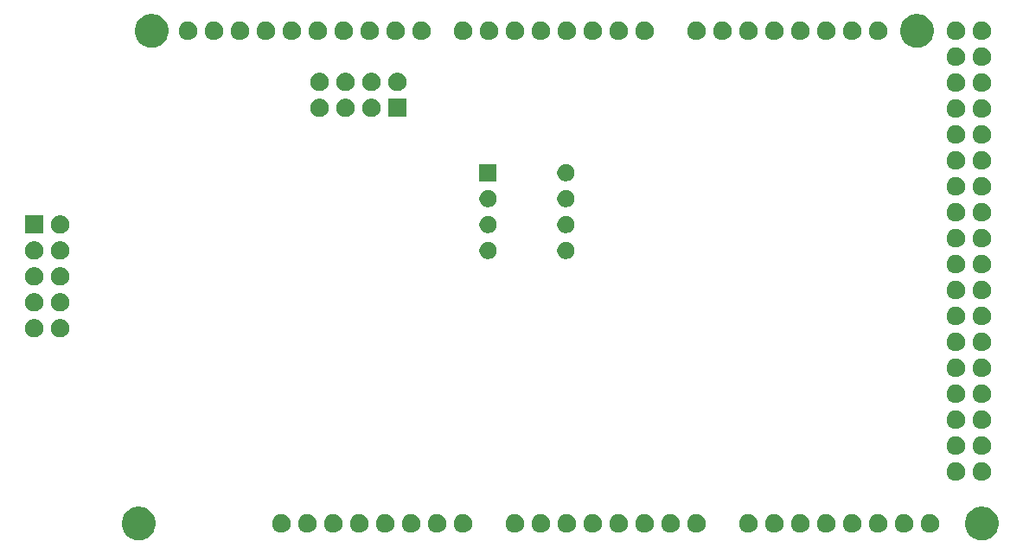
<source format=gbr>
G04 #@! TF.GenerationSoftware,KiCad,Pcbnew,(5.1.5-0-10_14)*
G04 #@! TF.CreationDate,2020-02-25T20:07:17-06:00*
G04 #@! TF.ProjectId,Electronic Target,456c6563-7472-46f6-9e69-632054617267,rev?*
G04 #@! TF.SameCoordinates,Original*
G04 #@! TF.FileFunction,Soldermask,Bot*
G04 #@! TF.FilePolarity,Negative*
%FSLAX46Y46*%
G04 Gerber Fmt 4.6, Leading zero omitted, Abs format (unit mm)*
G04 Created by KiCad (PCBNEW (5.1.5-0-10_14)) date 2020-02-25 20:07:17*
%MOMM*%
%LPD*%
G04 APERTURE LIST*
%ADD10C,0.100000*%
G04 APERTURE END LIST*
D10*
G36*
X206190257Y-92446299D02*
G01*
X206296580Y-92467448D01*
X206597043Y-92591904D01*
X206867452Y-92772586D01*
X207097416Y-93002550D01*
X207278098Y-93272959D01*
X207278099Y-93272961D01*
X207402554Y-93573423D01*
X207466001Y-93892390D01*
X207466001Y-94217612D01*
X207402554Y-94536579D01*
X207307767Y-94765417D01*
X207278098Y-94837043D01*
X207097416Y-95107452D01*
X206867452Y-95337416D01*
X206597043Y-95518098D01*
X206296580Y-95642554D01*
X206190257Y-95663703D01*
X205977612Y-95706001D01*
X205652390Y-95706001D01*
X205439745Y-95663703D01*
X205333422Y-95642554D01*
X205032959Y-95518098D01*
X204762550Y-95337416D01*
X204532586Y-95107452D01*
X204351904Y-94837043D01*
X204322236Y-94765417D01*
X204227448Y-94536579D01*
X204164001Y-94217612D01*
X204164001Y-93892390D01*
X204227448Y-93573423D01*
X204351903Y-93272961D01*
X204351904Y-93272959D01*
X204532586Y-93002550D01*
X204762550Y-92772586D01*
X205032959Y-92591904D01*
X205333422Y-92467448D01*
X205439745Y-92446299D01*
X205652390Y-92404001D01*
X205977612Y-92404001D01*
X206190257Y-92446299D01*
G37*
G36*
X123640257Y-92446299D02*
G01*
X123746580Y-92467448D01*
X124047043Y-92591904D01*
X124317452Y-92772586D01*
X124547416Y-93002550D01*
X124728098Y-93272959D01*
X124728099Y-93272961D01*
X124852554Y-93573423D01*
X124916001Y-93892390D01*
X124916001Y-94217612D01*
X124852554Y-94536579D01*
X124757767Y-94765417D01*
X124728098Y-94837043D01*
X124547416Y-95107452D01*
X124317452Y-95337416D01*
X124047043Y-95518098D01*
X123746580Y-95642554D01*
X123640257Y-95663703D01*
X123427612Y-95706001D01*
X123102390Y-95706001D01*
X122889745Y-95663703D01*
X122783422Y-95642554D01*
X122482959Y-95518098D01*
X122212550Y-95337416D01*
X121982586Y-95107452D01*
X121801904Y-94837043D01*
X121772236Y-94765417D01*
X121677448Y-94536579D01*
X121614001Y-94217612D01*
X121614001Y-93892390D01*
X121677448Y-93573423D01*
X121801903Y-93272961D01*
X121801904Y-93272959D01*
X121982586Y-93002550D01*
X122212550Y-92772586D01*
X122482959Y-92591904D01*
X122783422Y-92467448D01*
X122889745Y-92446299D01*
X123102390Y-92404001D01*
X123427612Y-92404001D01*
X123640257Y-92446299D01*
G37*
G36*
X195921779Y-93175548D02*
G01*
X196088225Y-93244492D01*
X196238023Y-93344584D01*
X196365418Y-93471979D01*
X196465510Y-93621777D01*
X196534454Y-93788223D01*
X196569601Y-93964919D01*
X196569601Y-94145083D01*
X196534454Y-94321779D01*
X196465510Y-94488225D01*
X196365418Y-94638023D01*
X196238023Y-94765418D01*
X196088225Y-94865510D01*
X195921779Y-94934454D01*
X195745083Y-94969601D01*
X195564919Y-94969601D01*
X195388223Y-94934454D01*
X195221777Y-94865510D01*
X195071979Y-94765418D01*
X194944584Y-94638023D01*
X194844492Y-94488225D01*
X194775548Y-94321779D01*
X194740401Y-94145083D01*
X194740401Y-93964919D01*
X194775548Y-93788223D01*
X194844492Y-93621777D01*
X194944584Y-93471979D01*
X195071979Y-93344584D01*
X195221777Y-93244492D01*
X195388223Y-93175548D01*
X195564919Y-93140401D01*
X195745083Y-93140401D01*
X195921779Y-93175548D01*
G37*
G36*
X193381779Y-93175548D02*
G01*
X193548225Y-93244492D01*
X193698023Y-93344584D01*
X193825418Y-93471979D01*
X193925510Y-93621777D01*
X193994454Y-93788223D01*
X194029601Y-93964919D01*
X194029601Y-94145083D01*
X193994454Y-94321779D01*
X193925510Y-94488225D01*
X193825418Y-94638023D01*
X193698023Y-94765418D01*
X193548225Y-94865510D01*
X193381779Y-94934454D01*
X193205083Y-94969601D01*
X193024919Y-94969601D01*
X192848223Y-94934454D01*
X192681777Y-94865510D01*
X192531979Y-94765418D01*
X192404584Y-94638023D01*
X192304492Y-94488225D01*
X192235548Y-94321779D01*
X192200401Y-94145083D01*
X192200401Y-93964919D01*
X192235548Y-93788223D01*
X192304492Y-93621777D01*
X192404584Y-93471979D01*
X192531979Y-93344584D01*
X192681777Y-93244492D01*
X192848223Y-93175548D01*
X193024919Y-93140401D01*
X193205083Y-93140401D01*
X193381779Y-93175548D01*
G37*
G36*
X190841779Y-93175548D02*
G01*
X191008225Y-93244492D01*
X191158023Y-93344584D01*
X191285418Y-93471979D01*
X191385510Y-93621777D01*
X191454454Y-93788223D01*
X191489601Y-93964919D01*
X191489601Y-94145083D01*
X191454454Y-94321779D01*
X191385510Y-94488225D01*
X191285418Y-94638023D01*
X191158023Y-94765418D01*
X191008225Y-94865510D01*
X190841779Y-94934454D01*
X190665083Y-94969601D01*
X190484919Y-94969601D01*
X190308223Y-94934454D01*
X190141777Y-94865510D01*
X189991979Y-94765418D01*
X189864584Y-94638023D01*
X189764492Y-94488225D01*
X189695548Y-94321779D01*
X189660401Y-94145083D01*
X189660401Y-93964919D01*
X189695548Y-93788223D01*
X189764492Y-93621777D01*
X189864584Y-93471979D01*
X189991979Y-93344584D01*
X190141777Y-93244492D01*
X190308223Y-93175548D01*
X190484919Y-93140401D01*
X190665083Y-93140401D01*
X190841779Y-93175548D01*
G37*
G36*
X188301779Y-93175548D02*
G01*
X188468225Y-93244492D01*
X188618023Y-93344584D01*
X188745418Y-93471979D01*
X188845510Y-93621777D01*
X188914454Y-93788223D01*
X188949601Y-93964919D01*
X188949601Y-94145083D01*
X188914454Y-94321779D01*
X188845510Y-94488225D01*
X188745418Y-94638023D01*
X188618023Y-94765418D01*
X188468225Y-94865510D01*
X188301779Y-94934454D01*
X188125083Y-94969601D01*
X187944919Y-94969601D01*
X187768223Y-94934454D01*
X187601777Y-94865510D01*
X187451979Y-94765418D01*
X187324584Y-94638023D01*
X187224492Y-94488225D01*
X187155548Y-94321779D01*
X187120401Y-94145083D01*
X187120401Y-93964919D01*
X187155548Y-93788223D01*
X187224492Y-93621777D01*
X187324584Y-93471979D01*
X187451979Y-93344584D01*
X187601777Y-93244492D01*
X187768223Y-93175548D01*
X187944919Y-93140401D01*
X188125083Y-93140401D01*
X188301779Y-93175548D01*
G37*
G36*
X185761779Y-93175548D02*
G01*
X185928225Y-93244492D01*
X186078023Y-93344584D01*
X186205418Y-93471979D01*
X186305510Y-93621777D01*
X186374454Y-93788223D01*
X186409601Y-93964919D01*
X186409601Y-94145083D01*
X186374454Y-94321779D01*
X186305510Y-94488225D01*
X186205418Y-94638023D01*
X186078023Y-94765418D01*
X185928225Y-94865510D01*
X185761779Y-94934454D01*
X185585083Y-94969601D01*
X185404919Y-94969601D01*
X185228223Y-94934454D01*
X185061777Y-94865510D01*
X184911979Y-94765418D01*
X184784584Y-94638023D01*
X184684492Y-94488225D01*
X184615548Y-94321779D01*
X184580401Y-94145083D01*
X184580401Y-93964919D01*
X184615548Y-93788223D01*
X184684492Y-93621777D01*
X184784584Y-93471979D01*
X184911979Y-93344584D01*
X185061777Y-93244492D01*
X185228223Y-93175548D01*
X185404919Y-93140401D01*
X185585083Y-93140401D01*
X185761779Y-93175548D01*
G37*
G36*
X183221779Y-93175548D02*
G01*
X183388225Y-93244492D01*
X183538023Y-93344584D01*
X183665418Y-93471979D01*
X183765510Y-93621777D01*
X183834454Y-93788223D01*
X183869601Y-93964919D01*
X183869601Y-94145083D01*
X183834454Y-94321779D01*
X183765510Y-94488225D01*
X183665418Y-94638023D01*
X183538023Y-94765418D01*
X183388225Y-94865510D01*
X183221779Y-94934454D01*
X183045083Y-94969601D01*
X182864919Y-94969601D01*
X182688223Y-94934454D01*
X182521777Y-94865510D01*
X182371979Y-94765418D01*
X182244584Y-94638023D01*
X182144492Y-94488225D01*
X182075548Y-94321779D01*
X182040401Y-94145083D01*
X182040401Y-93964919D01*
X182075548Y-93788223D01*
X182144492Y-93621777D01*
X182244584Y-93471979D01*
X182371979Y-93344584D01*
X182521777Y-93244492D01*
X182688223Y-93175548D01*
X182864919Y-93140401D01*
X183045083Y-93140401D01*
X183221779Y-93175548D01*
G37*
G36*
X178141779Y-93175548D02*
G01*
X178308225Y-93244492D01*
X178458023Y-93344584D01*
X178585418Y-93471979D01*
X178685510Y-93621777D01*
X178754454Y-93788223D01*
X178789601Y-93964919D01*
X178789601Y-94145083D01*
X178754454Y-94321779D01*
X178685510Y-94488225D01*
X178585418Y-94638023D01*
X178458023Y-94765418D01*
X178308225Y-94865510D01*
X178141779Y-94934454D01*
X177965083Y-94969601D01*
X177784919Y-94969601D01*
X177608223Y-94934454D01*
X177441777Y-94865510D01*
X177291979Y-94765418D01*
X177164584Y-94638023D01*
X177064492Y-94488225D01*
X176995548Y-94321779D01*
X176960401Y-94145083D01*
X176960401Y-93964919D01*
X176995548Y-93788223D01*
X177064492Y-93621777D01*
X177164584Y-93471979D01*
X177291979Y-93344584D01*
X177441777Y-93244492D01*
X177608223Y-93175548D01*
X177784919Y-93140401D01*
X177965083Y-93140401D01*
X178141779Y-93175548D01*
G37*
G36*
X175601779Y-93175548D02*
G01*
X175768225Y-93244492D01*
X175918023Y-93344584D01*
X176045418Y-93471979D01*
X176145510Y-93621777D01*
X176214454Y-93788223D01*
X176249601Y-93964919D01*
X176249601Y-94145083D01*
X176214454Y-94321779D01*
X176145510Y-94488225D01*
X176045418Y-94638023D01*
X175918023Y-94765418D01*
X175768225Y-94865510D01*
X175601779Y-94934454D01*
X175425083Y-94969601D01*
X175244919Y-94969601D01*
X175068223Y-94934454D01*
X174901777Y-94865510D01*
X174751979Y-94765418D01*
X174624584Y-94638023D01*
X174524492Y-94488225D01*
X174455548Y-94321779D01*
X174420401Y-94145083D01*
X174420401Y-93964919D01*
X174455548Y-93788223D01*
X174524492Y-93621777D01*
X174624584Y-93471979D01*
X174751979Y-93344584D01*
X174901777Y-93244492D01*
X175068223Y-93175548D01*
X175244919Y-93140401D01*
X175425083Y-93140401D01*
X175601779Y-93175548D01*
G37*
G36*
X173061779Y-93175548D02*
G01*
X173228225Y-93244492D01*
X173378023Y-93344584D01*
X173505418Y-93471979D01*
X173605510Y-93621777D01*
X173674454Y-93788223D01*
X173709601Y-93964919D01*
X173709601Y-94145083D01*
X173674454Y-94321779D01*
X173605510Y-94488225D01*
X173505418Y-94638023D01*
X173378023Y-94765418D01*
X173228225Y-94865510D01*
X173061779Y-94934454D01*
X172885083Y-94969601D01*
X172704919Y-94969601D01*
X172528223Y-94934454D01*
X172361777Y-94865510D01*
X172211979Y-94765418D01*
X172084584Y-94638023D01*
X171984492Y-94488225D01*
X171915548Y-94321779D01*
X171880401Y-94145083D01*
X171880401Y-93964919D01*
X171915548Y-93788223D01*
X171984492Y-93621777D01*
X172084584Y-93471979D01*
X172211979Y-93344584D01*
X172361777Y-93244492D01*
X172528223Y-93175548D01*
X172704919Y-93140401D01*
X172885083Y-93140401D01*
X173061779Y-93175548D01*
G37*
G36*
X170521779Y-93175548D02*
G01*
X170688225Y-93244492D01*
X170838023Y-93344584D01*
X170965418Y-93471979D01*
X171065510Y-93621777D01*
X171134454Y-93788223D01*
X171169601Y-93964919D01*
X171169601Y-94145083D01*
X171134454Y-94321779D01*
X171065510Y-94488225D01*
X170965418Y-94638023D01*
X170838023Y-94765418D01*
X170688225Y-94865510D01*
X170521779Y-94934454D01*
X170345083Y-94969601D01*
X170164919Y-94969601D01*
X169988223Y-94934454D01*
X169821777Y-94865510D01*
X169671979Y-94765418D01*
X169544584Y-94638023D01*
X169444492Y-94488225D01*
X169375548Y-94321779D01*
X169340401Y-94145083D01*
X169340401Y-93964919D01*
X169375548Y-93788223D01*
X169444492Y-93621777D01*
X169544584Y-93471979D01*
X169671979Y-93344584D01*
X169821777Y-93244492D01*
X169988223Y-93175548D01*
X170164919Y-93140401D01*
X170345083Y-93140401D01*
X170521779Y-93175548D01*
G37*
G36*
X167981779Y-93175548D02*
G01*
X168148225Y-93244492D01*
X168298023Y-93344584D01*
X168425418Y-93471979D01*
X168525510Y-93621777D01*
X168594454Y-93788223D01*
X168629601Y-93964919D01*
X168629601Y-94145083D01*
X168594454Y-94321779D01*
X168525510Y-94488225D01*
X168425418Y-94638023D01*
X168298023Y-94765418D01*
X168148225Y-94865510D01*
X167981779Y-94934454D01*
X167805083Y-94969601D01*
X167624919Y-94969601D01*
X167448223Y-94934454D01*
X167281777Y-94865510D01*
X167131979Y-94765418D01*
X167004584Y-94638023D01*
X166904492Y-94488225D01*
X166835548Y-94321779D01*
X166800401Y-94145083D01*
X166800401Y-93964919D01*
X166835548Y-93788223D01*
X166904492Y-93621777D01*
X167004584Y-93471979D01*
X167131979Y-93344584D01*
X167281777Y-93244492D01*
X167448223Y-93175548D01*
X167624919Y-93140401D01*
X167805083Y-93140401D01*
X167981779Y-93175548D01*
G37*
G36*
X165441779Y-93175548D02*
G01*
X165608225Y-93244492D01*
X165758023Y-93344584D01*
X165885418Y-93471979D01*
X165985510Y-93621777D01*
X166054454Y-93788223D01*
X166089601Y-93964919D01*
X166089601Y-94145083D01*
X166054454Y-94321779D01*
X165985510Y-94488225D01*
X165885418Y-94638023D01*
X165758023Y-94765418D01*
X165608225Y-94865510D01*
X165441779Y-94934454D01*
X165265083Y-94969601D01*
X165084919Y-94969601D01*
X164908223Y-94934454D01*
X164741777Y-94865510D01*
X164591979Y-94765418D01*
X164464584Y-94638023D01*
X164364492Y-94488225D01*
X164295548Y-94321779D01*
X164260401Y-94145083D01*
X164260401Y-93964919D01*
X164295548Y-93788223D01*
X164364492Y-93621777D01*
X164464584Y-93471979D01*
X164591979Y-93344584D01*
X164741777Y-93244492D01*
X164908223Y-93175548D01*
X165084919Y-93140401D01*
X165265083Y-93140401D01*
X165441779Y-93175548D01*
G37*
G36*
X162901779Y-93175548D02*
G01*
X163068225Y-93244492D01*
X163218023Y-93344584D01*
X163345418Y-93471979D01*
X163445510Y-93621777D01*
X163514454Y-93788223D01*
X163549601Y-93964919D01*
X163549601Y-94145083D01*
X163514454Y-94321779D01*
X163445510Y-94488225D01*
X163345418Y-94638023D01*
X163218023Y-94765418D01*
X163068225Y-94865510D01*
X162901779Y-94934454D01*
X162725083Y-94969601D01*
X162544919Y-94969601D01*
X162368223Y-94934454D01*
X162201777Y-94865510D01*
X162051979Y-94765418D01*
X161924584Y-94638023D01*
X161824492Y-94488225D01*
X161755548Y-94321779D01*
X161720401Y-94145083D01*
X161720401Y-93964919D01*
X161755548Y-93788223D01*
X161824492Y-93621777D01*
X161924584Y-93471979D01*
X162051979Y-93344584D01*
X162201777Y-93244492D01*
X162368223Y-93175548D01*
X162544919Y-93140401D01*
X162725083Y-93140401D01*
X162901779Y-93175548D01*
G37*
G36*
X160361779Y-93175548D02*
G01*
X160528225Y-93244492D01*
X160678023Y-93344584D01*
X160805418Y-93471979D01*
X160905510Y-93621777D01*
X160974454Y-93788223D01*
X161009601Y-93964919D01*
X161009601Y-94145083D01*
X160974454Y-94321779D01*
X160905510Y-94488225D01*
X160805418Y-94638023D01*
X160678023Y-94765418D01*
X160528225Y-94865510D01*
X160361779Y-94934454D01*
X160185083Y-94969601D01*
X160004919Y-94969601D01*
X159828223Y-94934454D01*
X159661777Y-94865510D01*
X159511979Y-94765418D01*
X159384584Y-94638023D01*
X159284492Y-94488225D01*
X159215548Y-94321779D01*
X159180401Y-94145083D01*
X159180401Y-93964919D01*
X159215548Y-93788223D01*
X159284492Y-93621777D01*
X159384584Y-93471979D01*
X159511979Y-93344584D01*
X159661777Y-93244492D01*
X159828223Y-93175548D01*
X160004919Y-93140401D01*
X160185083Y-93140401D01*
X160361779Y-93175548D01*
G37*
G36*
X155281779Y-93175548D02*
G01*
X155448225Y-93244492D01*
X155598023Y-93344584D01*
X155725418Y-93471979D01*
X155825510Y-93621777D01*
X155894454Y-93788223D01*
X155929601Y-93964919D01*
X155929601Y-94145083D01*
X155894454Y-94321779D01*
X155825510Y-94488225D01*
X155725418Y-94638023D01*
X155598023Y-94765418D01*
X155448225Y-94865510D01*
X155281779Y-94934454D01*
X155105083Y-94969601D01*
X154924919Y-94969601D01*
X154748223Y-94934454D01*
X154581777Y-94865510D01*
X154431979Y-94765418D01*
X154304584Y-94638023D01*
X154204492Y-94488225D01*
X154135548Y-94321779D01*
X154100401Y-94145083D01*
X154100401Y-93964919D01*
X154135548Y-93788223D01*
X154204492Y-93621777D01*
X154304584Y-93471979D01*
X154431979Y-93344584D01*
X154581777Y-93244492D01*
X154748223Y-93175548D01*
X154924919Y-93140401D01*
X155105083Y-93140401D01*
X155281779Y-93175548D01*
G37*
G36*
X152741779Y-93175548D02*
G01*
X152908225Y-93244492D01*
X153058023Y-93344584D01*
X153185418Y-93471979D01*
X153285510Y-93621777D01*
X153354454Y-93788223D01*
X153389601Y-93964919D01*
X153389601Y-94145083D01*
X153354454Y-94321779D01*
X153285510Y-94488225D01*
X153185418Y-94638023D01*
X153058023Y-94765418D01*
X152908225Y-94865510D01*
X152741779Y-94934454D01*
X152565083Y-94969601D01*
X152384919Y-94969601D01*
X152208223Y-94934454D01*
X152041777Y-94865510D01*
X151891979Y-94765418D01*
X151764584Y-94638023D01*
X151664492Y-94488225D01*
X151595548Y-94321779D01*
X151560401Y-94145083D01*
X151560401Y-93964919D01*
X151595548Y-93788223D01*
X151664492Y-93621777D01*
X151764584Y-93471979D01*
X151891979Y-93344584D01*
X152041777Y-93244492D01*
X152208223Y-93175548D01*
X152384919Y-93140401D01*
X152565083Y-93140401D01*
X152741779Y-93175548D01*
G37*
G36*
X150201779Y-93175548D02*
G01*
X150368225Y-93244492D01*
X150518023Y-93344584D01*
X150645418Y-93471979D01*
X150745510Y-93621777D01*
X150814454Y-93788223D01*
X150849601Y-93964919D01*
X150849601Y-94145083D01*
X150814454Y-94321779D01*
X150745510Y-94488225D01*
X150645418Y-94638023D01*
X150518023Y-94765418D01*
X150368225Y-94865510D01*
X150201779Y-94934454D01*
X150025083Y-94969601D01*
X149844919Y-94969601D01*
X149668223Y-94934454D01*
X149501777Y-94865510D01*
X149351979Y-94765418D01*
X149224584Y-94638023D01*
X149124492Y-94488225D01*
X149055548Y-94321779D01*
X149020401Y-94145083D01*
X149020401Y-93964919D01*
X149055548Y-93788223D01*
X149124492Y-93621777D01*
X149224584Y-93471979D01*
X149351979Y-93344584D01*
X149501777Y-93244492D01*
X149668223Y-93175548D01*
X149844919Y-93140401D01*
X150025083Y-93140401D01*
X150201779Y-93175548D01*
G37*
G36*
X147661779Y-93175548D02*
G01*
X147828225Y-93244492D01*
X147978023Y-93344584D01*
X148105418Y-93471979D01*
X148205510Y-93621777D01*
X148274454Y-93788223D01*
X148309601Y-93964919D01*
X148309601Y-94145083D01*
X148274454Y-94321779D01*
X148205510Y-94488225D01*
X148105418Y-94638023D01*
X147978023Y-94765418D01*
X147828225Y-94865510D01*
X147661779Y-94934454D01*
X147485083Y-94969601D01*
X147304919Y-94969601D01*
X147128223Y-94934454D01*
X146961777Y-94865510D01*
X146811979Y-94765418D01*
X146684584Y-94638023D01*
X146584492Y-94488225D01*
X146515548Y-94321779D01*
X146480401Y-94145083D01*
X146480401Y-93964919D01*
X146515548Y-93788223D01*
X146584492Y-93621777D01*
X146684584Y-93471979D01*
X146811979Y-93344584D01*
X146961777Y-93244492D01*
X147128223Y-93175548D01*
X147304919Y-93140401D01*
X147485083Y-93140401D01*
X147661779Y-93175548D01*
G37*
G36*
X145121779Y-93175548D02*
G01*
X145288225Y-93244492D01*
X145438023Y-93344584D01*
X145565418Y-93471979D01*
X145665510Y-93621777D01*
X145734454Y-93788223D01*
X145769601Y-93964919D01*
X145769601Y-94145083D01*
X145734454Y-94321779D01*
X145665510Y-94488225D01*
X145565418Y-94638023D01*
X145438023Y-94765418D01*
X145288225Y-94865510D01*
X145121779Y-94934454D01*
X144945083Y-94969601D01*
X144764919Y-94969601D01*
X144588223Y-94934454D01*
X144421777Y-94865510D01*
X144271979Y-94765418D01*
X144144584Y-94638023D01*
X144044492Y-94488225D01*
X143975548Y-94321779D01*
X143940401Y-94145083D01*
X143940401Y-93964919D01*
X143975548Y-93788223D01*
X144044492Y-93621777D01*
X144144584Y-93471979D01*
X144271979Y-93344584D01*
X144421777Y-93244492D01*
X144588223Y-93175548D01*
X144764919Y-93140401D01*
X144945083Y-93140401D01*
X145121779Y-93175548D01*
G37*
G36*
X142581779Y-93175548D02*
G01*
X142748225Y-93244492D01*
X142898023Y-93344584D01*
X143025418Y-93471979D01*
X143125510Y-93621777D01*
X143194454Y-93788223D01*
X143229601Y-93964919D01*
X143229601Y-94145083D01*
X143194454Y-94321779D01*
X143125510Y-94488225D01*
X143025418Y-94638023D01*
X142898023Y-94765418D01*
X142748225Y-94865510D01*
X142581779Y-94934454D01*
X142405083Y-94969601D01*
X142224919Y-94969601D01*
X142048223Y-94934454D01*
X141881777Y-94865510D01*
X141731979Y-94765418D01*
X141604584Y-94638023D01*
X141504492Y-94488225D01*
X141435548Y-94321779D01*
X141400401Y-94145083D01*
X141400401Y-93964919D01*
X141435548Y-93788223D01*
X141504492Y-93621777D01*
X141604584Y-93471979D01*
X141731979Y-93344584D01*
X141881777Y-93244492D01*
X142048223Y-93175548D01*
X142224919Y-93140401D01*
X142405083Y-93140401D01*
X142581779Y-93175548D01*
G37*
G36*
X140041779Y-93175548D02*
G01*
X140208225Y-93244492D01*
X140358023Y-93344584D01*
X140485418Y-93471979D01*
X140585510Y-93621777D01*
X140654454Y-93788223D01*
X140689601Y-93964919D01*
X140689601Y-94145083D01*
X140654454Y-94321779D01*
X140585510Y-94488225D01*
X140485418Y-94638023D01*
X140358023Y-94765418D01*
X140208225Y-94865510D01*
X140041779Y-94934454D01*
X139865083Y-94969601D01*
X139684919Y-94969601D01*
X139508223Y-94934454D01*
X139341777Y-94865510D01*
X139191979Y-94765418D01*
X139064584Y-94638023D01*
X138964492Y-94488225D01*
X138895548Y-94321779D01*
X138860401Y-94145083D01*
X138860401Y-93964919D01*
X138895548Y-93788223D01*
X138964492Y-93621777D01*
X139064584Y-93471979D01*
X139191979Y-93344584D01*
X139341777Y-93244492D01*
X139508223Y-93175548D01*
X139684919Y-93140401D01*
X139865083Y-93140401D01*
X140041779Y-93175548D01*
G37*
G36*
X137501779Y-93175548D02*
G01*
X137668225Y-93244492D01*
X137818023Y-93344584D01*
X137945418Y-93471979D01*
X138045510Y-93621777D01*
X138114454Y-93788223D01*
X138149601Y-93964919D01*
X138149601Y-94145083D01*
X138114454Y-94321779D01*
X138045510Y-94488225D01*
X137945418Y-94638023D01*
X137818023Y-94765418D01*
X137668225Y-94865510D01*
X137501779Y-94934454D01*
X137325083Y-94969601D01*
X137144919Y-94969601D01*
X136968223Y-94934454D01*
X136801777Y-94865510D01*
X136651979Y-94765418D01*
X136524584Y-94638023D01*
X136424492Y-94488225D01*
X136355548Y-94321779D01*
X136320401Y-94145083D01*
X136320401Y-93964919D01*
X136355548Y-93788223D01*
X136424492Y-93621777D01*
X136524584Y-93471979D01*
X136651979Y-93344584D01*
X136801777Y-93244492D01*
X136968223Y-93175548D01*
X137144919Y-93140401D01*
X137325083Y-93140401D01*
X137501779Y-93175548D01*
G37*
G36*
X201001779Y-93175548D02*
G01*
X201168225Y-93244492D01*
X201318023Y-93344584D01*
X201445418Y-93471979D01*
X201545510Y-93621777D01*
X201614454Y-93788223D01*
X201649601Y-93964919D01*
X201649601Y-94145083D01*
X201614454Y-94321779D01*
X201545510Y-94488225D01*
X201445418Y-94638023D01*
X201318023Y-94765418D01*
X201168225Y-94865510D01*
X201001779Y-94934454D01*
X200825083Y-94969601D01*
X200644919Y-94969601D01*
X200468223Y-94934454D01*
X200301777Y-94865510D01*
X200151979Y-94765418D01*
X200024584Y-94638023D01*
X199924492Y-94488225D01*
X199855548Y-94321779D01*
X199820401Y-94145083D01*
X199820401Y-93964919D01*
X199855548Y-93788223D01*
X199924492Y-93621777D01*
X200024584Y-93471979D01*
X200151979Y-93344584D01*
X200301777Y-93244492D01*
X200468223Y-93175548D01*
X200644919Y-93140401D01*
X200825083Y-93140401D01*
X201001779Y-93175548D01*
G37*
G36*
X198461779Y-93175548D02*
G01*
X198628225Y-93244492D01*
X198778023Y-93344584D01*
X198905418Y-93471979D01*
X199005510Y-93621777D01*
X199074454Y-93788223D01*
X199109601Y-93964919D01*
X199109601Y-94145083D01*
X199074454Y-94321779D01*
X199005510Y-94488225D01*
X198905418Y-94638023D01*
X198778023Y-94765418D01*
X198628225Y-94865510D01*
X198461779Y-94934454D01*
X198285083Y-94969601D01*
X198104919Y-94969601D01*
X197928223Y-94934454D01*
X197761777Y-94865510D01*
X197611979Y-94765418D01*
X197484584Y-94638023D01*
X197384492Y-94488225D01*
X197315548Y-94321779D01*
X197280401Y-94145083D01*
X197280401Y-93964919D01*
X197315548Y-93788223D01*
X197384492Y-93621777D01*
X197484584Y-93471979D01*
X197611979Y-93344584D01*
X197761777Y-93244492D01*
X197928223Y-93175548D01*
X198104919Y-93140401D01*
X198285083Y-93140401D01*
X198461779Y-93175548D01*
G37*
G36*
X206081779Y-88095548D02*
G01*
X206248225Y-88164492D01*
X206398023Y-88264584D01*
X206525418Y-88391979D01*
X206625510Y-88541777D01*
X206694454Y-88708223D01*
X206729601Y-88884919D01*
X206729601Y-89065083D01*
X206694454Y-89241779D01*
X206625510Y-89408225D01*
X206525418Y-89558023D01*
X206398023Y-89685418D01*
X206248225Y-89785510D01*
X206081779Y-89854454D01*
X205905083Y-89889601D01*
X205724919Y-89889601D01*
X205548223Y-89854454D01*
X205381777Y-89785510D01*
X205231979Y-89685418D01*
X205104584Y-89558023D01*
X205004492Y-89408225D01*
X204935548Y-89241779D01*
X204900401Y-89065083D01*
X204900401Y-88884919D01*
X204935548Y-88708223D01*
X205004492Y-88541777D01*
X205104584Y-88391979D01*
X205231979Y-88264584D01*
X205381777Y-88164492D01*
X205548223Y-88095548D01*
X205724919Y-88060401D01*
X205905083Y-88060401D01*
X206081779Y-88095548D01*
G37*
G36*
X203541779Y-88095548D02*
G01*
X203708225Y-88164492D01*
X203858023Y-88264584D01*
X203985418Y-88391979D01*
X204085510Y-88541777D01*
X204154454Y-88708223D01*
X204189601Y-88884919D01*
X204189601Y-89065083D01*
X204154454Y-89241779D01*
X204085510Y-89408225D01*
X203985418Y-89558023D01*
X203858023Y-89685418D01*
X203708225Y-89785510D01*
X203541779Y-89854454D01*
X203365083Y-89889601D01*
X203184919Y-89889601D01*
X203008223Y-89854454D01*
X202841777Y-89785510D01*
X202691979Y-89685418D01*
X202564584Y-89558023D01*
X202464492Y-89408225D01*
X202395548Y-89241779D01*
X202360401Y-89065083D01*
X202360401Y-88884919D01*
X202395548Y-88708223D01*
X202464492Y-88541777D01*
X202564584Y-88391979D01*
X202691979Y-88264584D01*
X202841777Y-88164492D01*
X203008223Y-88095548D01*
X203184919Y-88060401D01*
X203365083Y-88060401D01*
X203541779Y-88095548D01*
G37*
G36*
X203541779Y-85555548D02*
G01*
X203708225Y-85624492D01*
X203858023Y-85724584D01*
X203985418Y-85851979D01*
X204085510Y-86001777D01*
X204154454Y-86168223D01*
X204189601Y-86344919D01*
X204189601Y-86525083D01*
X204154454Y-86701779D01*
X204085510Y-86868225D01*
X203985418Y-87018023D01*
X203858023Y-87145418D01*
X203708225Y-87245510D01*
X203541779Y-87314454D01*
X203365083Y-87349601D01*
X203184919Y-87349601D01*
X203008223Y-87314454D01*
X202841777Y-87245510D01*
X202691979Y-87145418D01*
X202564584Y-87018023D01*
X202464492Y-86868225D01*
X202395548Y-86701779D01*
X202360401Y-86525083D01*
X202360401Y-86344919D01*
X202395548Y-86168223D01*
X202464492Y-86001777D01*
X202564584Y-85851979D01*
X202691979Y-85724584D01*
X202841777Y-85624492D01*
X203008223Y-85555548D01*
X203184919Y-85520401D01*
X203365083Y-85520401D01*
X203541779Y-85555548D01*
G37*
G36*
X206081779Y-85555548D02*
G01*
X206248225Y-85624492D01*
X206398023Y-85724584D01*
X206525418Y-85851979D01*
X206625510Y-86001777D01*
X206694454Y-86168223D01*
X206729601Y-86344919D01*
X206729601Y-86525083D01*
X206694454Y-86701779D01*
X206625510Y-86868225D01*
X206525418Y-87018023D01*
X206398023Y-87145418D01*
X206248225Y-87245510D01*
X206081779Y-87314454D01*
X205905083Y-87349601D01*
X205724919Y-87349601D01*
X205548223Y-87314454D01*
X205381777Y-87245510D01*
X205231979Y-87145418D01*
X205104584Y-87018023D01*
X205004492Y-86868225D01*
X204935548Y-86701779D01*
X204900401Y-86525083D01*
X204900401Y-86344919D01*
X204935548Y-86168223D01*
X205004492Y-86001777D01*
X205104584Y-85851979D01*
X205231979Y-85724584D01*
X205381777Y-85624492D01*
X205548223Y-85555548D01*
X205724919Y-85520401D01*
X205905083Y-85520401D01*
X206081779Y-85555548D01*
G37*
G36*
X203541779Y-83015548D02*
G01*
X203708225Y-83084492D01*
X203858023Y-83184584D01*
X203985418Y-83311979D01*
X204085510Y-83461777D01*
X204154454Y-83628223D01*
X204189601Y-83804919D01*
X204189601Y-83985083D01*
X204154454Y-84161779D01*
X204085510Y-84328225D01*
X203985418Y-84478023D01*
X203858023Y-84605418D01*
X203708225Y-84705510D01*
X203541779Y-84774454D01*
X203365083Y-84809601D01*
X203184919Y-84809601D01*
X203008223Y-84774454D01*
X202841777Y-84705510D01*
X202691979Y-84605418D01*
X202564584Y-84478023D01*
X202464492Y-84328225D01*
X202395548Y-84161779D01*
X202360401Y-83985083D01*
X202360401Y-83804919D01*
X202395548Y-83628223D01*
X202464492Y-83461777D01*
X202564584Y-83311979D01*
X202691979Y-83184584D01*
X202841777Y-83084492D01*
X203008223Y-83015548D01*
X203184919Y-82980401D01*
X203365083Y-82980401D01*
X203541779Y-83015548D01*
G37*
G36*
X206081779Y-83015548D02*
G01*
X206248225Y-83084492D01*
X206398023Y-83184584D01*
X206525418Y-83311979D01*
X206625510Y-83461777D01*
X206694454Y-83628223D01*
X206729601Y-83804919D01*
X206729601Y-83985083D01*
X206694454Y-84161779D01*
X206625510Y-84328225D01*
X206525418Y-84478023D01*
X206398023Y-84605418D01*
X206248225Y-84705510D01*
X206081779Y-84774454D01*
X205905083Y-84809601D01*
X205724919Y-84809601D01*
X205548223Y-84774454D01*
X205381777Y-84705510D01*
X205231979Y-84605418D01*
X205104584Y-84478023D01*
X205004492Y-84328225D01*
X204935548Y-84161779D01*
X204900401Y-83985083D01*
X204900401Y-83804919D01*
X204935548Y-83628223D01*
X205004492Y-83461777D01*
X205104584Y-83311979D01*
X205231979Y-83184584D01*
X205381777Y-83084492D01*
X205548223Y-83015548D01*
X205724919Y-82980401D01*
X205905083Y-82980401D01*
X206081779Y-83015548D01*
G37*
G36*
X203541779Y-80475548D02*
G01*
X203708225Y-80544492D01*
X203858023Y-80644584D01*
X203985418Y-80771979D01*
X204085510Y-80921777D01*
X204154454Y-81088223D01*
X204189601Y-81264919D01*
X204189601Y-81445083D01*
X204154454Y-81621779D01*
X204085510Y-81788225D01*
X203985418Y-81938023D01*
X203858023Y-82065418D01*
X203708225Y-82165510D01*
X203541779Y-82234454D01*
X203365083Y-82269601D01*
X203184919Y-82269601D01*
X203008223Y-82234454D01*
X202841777Y-82165510D01*
X202691979Y-82065418D01*
X202564584Y-81938023D01*
X202464492Y-81788225D01*
X202395548Y-81621779D01*
X202360401Y-81445083D01*
X202360401Y-81264919D01*
X202395548Y-81088223D01*
X202464492Y-80921777D01*
X202564584Y-80771979D01*
X202691979Y-80644584D01*
X202841777Y-80544492D01*
X203008223Y-80475548D01*
X203184919Y-80440401D01*
X203365083Y-80440401D01*
X203541779Y-80475548D01*
G37*
G36*
X206081779Y-80475548D02*
G01*
X206248225Y-80544492D01*
X206398023Y-80644584D01*
X206525418Y-80771979D01*
X206625510Y-80921777D01*
X206694454Y-81088223D01*
X206729601Y-81264919D01*
X206729601Y-81445083D01*
X206694454Y-81621779D01*
X206625510Y-81788225D01*
X206525418Y-81938023D01*
X206398023Y-82065418D01*
X206248225Y-82165510D01*
X206081779Y-82234454D01*
X205905083Y-82269601D01*
X205724919Y-82269601D01*
X205548223Y-82234454D01*
X205381777Y-82165510D01*
X205231979Y-82065418D01*
X205104584Y-81938023D01*
X205004492Y-81788225D01*
X204935548Y-81621779D01*
X204900401Y-81445083D01*
X204900401Y-81264919D01*
X204935548Y-81088223D01*
X205004492Y-80921777D01*
X205104584Y-80771979D01*
X205231979Y-80644584D01*
X205381777Y-80544492D01*
X205548223Y-80475548D01*
X205724919Y-80440401D01*
X205905083Y-80440401D01*
X206081779Y-80475548D01*
G37*
G36*
X203541779Y-77935548D02*
G01*
X203708225Y-78004492D01*
X203858023Y-78104584D01*
X203985418Y-78231979D01*
X204085510Y-78381777D01*
X204154454Y-78548223D01*
X204189601Y-78724919D01*
X204189601Y-78905083D01*
X204154454Y-79081779D01*
X204085510Y-79248225D01*
X203985418Y-79398023D01*
X203858023Y-79525418D01*
X203708225Y-79625510D01*
X203541779Y-79694454D01*
X203365083Y-79729601D01*
X203184919Y-79729601D01*
X203008223Y-79694454D01*
X202841777Y-79625510D01*
X202691979Y-79525418D01*
X202564584Y-79398023D01*
X202464492Y-79248225D01*
X202395548Y-79081779D01*
X202360401Y-78905083D01*
X202360401Y-78724919D01*
X202395548Y-78548223D01*
X202464492Y-78381777D01*
X202564584Y-78231979D01*
X202691979Y-78104584D01*
X202841777Y-78004492D01*
X203008223Y-77935548D01*
X203184919Y-77900401D01*
X203365083Y-77900401D01*
X203541779Y-77935548D01*
G37*
G36*
X206081779Y-77935548D02*
G01*
X206248225Y-78004492D01*
X206398023Y-78104584D01*
X206525418Y-78231979D01*
X206625510Y-78381777D01*
X206694454Y-78548223D01*
X206729601Y-78724919D01*
X206729601Y-78905083D01*
X206694454Y-79081779D01*
X206625510Y-79248225D01*
X206525418Y-79398023D01*
X206398023Y-79525418D01*
X206248225Y-79625510D01*
X206081779Y-79694454D01*
X205905083Y-79729601D01*
X205724919Y-79729601D01*
X205548223Y-79694454D01*
X205381777Y-79625510D01*
X205231979Y-79525418D01*
X205104584Y-79398023D01*
X205004492Y-79248225D01*
X204935548Y-79081779D01*
X204900401Y-78905083D01*
X204900401Y-78724919D01*
X204935548Y-78548223D01*
X205004492Y-78381777D01*
X205104584Y-78231979D01*
X205231979Y-78104584D01*
X205381777Y-78004492D01*
X205548223Y-77935548D01*
X205724919Y-77900401D01*
X205905083Y-77900401D01*
X206081779Y-77935548D01*
G37*
G36*
X203541779Y-75395548D02*
G01*
X203708225Y-75464492D01*
X203858023Y-75564584D01*
X203985418Y-75691979D01*
X204085510Y-75841777D01*
X204154454Y-76008223D01*
X204189601Y-76184919D01*
X204189601Y-76365083D01*
X204154454Y-76541779D01*
X204085510Y-76708225D01*
X203985418Y-76858023D01*
X203858023Y-76985418D01*
X203708225Y-77085510D01*
X203541779Y-77154454D01*
X203365083Y-77189601D01*
X203184919Y-77189601D01*
X203008223Y-77154454D01*
X202841777Y-77085510D01*
X202691979Y-76985418D01*
X202564584Y-76858023D01*
X202464492Y-76708225D01*
X202395548Y-76541779D01*
X202360401Y-76365083D01*
X202360401Y-76184919D01*
X202395548Y-76008223D01*
X202464492Y-75841777D01*
X202564584Y-75691979D01*
X202691979Y-75564584D01*
X202841777Y-75464492D01*
X203008223Y-75395548D01*
X203184919Y-75360401D01*
X203365083Y-75360401D01*
X203541779Y-75395548D01*
G37*
G36*
X206081779Y-75395548D02*
G01*
X206248225Y-75464492D01*
X206398023Y-75564584D01*
X206525418Y-75691979D01*
X206625510Y-75841777D01*
X206694454Y-76008223D01*
X206729601Y-76184919D01*
X206729601Y-76365083D01*
X206694454Y-76541779D01*
X206625510Y-76708225D01*
X206525418Y-76858023D01*
X206398023Y-76985418D01*
X206248225Y-77085510D01*
X206081779Y-77154454D01*
X205905083Y-77189601D01*
X205724919Y-77189601D01*
X205548223Y-77154454D01*
X205381777Y-77085510D01*
X205231979Y-76985418D01*
X205104584Y-76858023D01*
X205004492Y-76708225D01*
X204935548Y-76541779D01*
X204900401Y-76365083D01*
X204900401Y-76184919D01*
X204935548Y-76008223D01*
X205004492Y-75841777D01*
X205104584Y-75691979D01*
X205231979Y-75564584D01*
X205381777Y-75464492D01*
X205548223Y-75395548D01*
X205724919Y-75360401D01*
X205905083Y-75360401D01*
X206081779Y-75395548D01*
G37*
G36*
X115683512Y-74033927D02*
G01*
X115832812Y-74063624D01*
X115996784Y-74131544D01*
X116144354Y-74230147D01*
X116269853Y-74355646D01*
X116368456Y-74503216D01*
X116436376Y-74667188D01*
X116471000Y-74841259D01*
X116471000Y-75018741D01*
X116436376Y-75192812D01*
X116368456Y-75356784D01*
X116269853Y-75504354D01*
X116144354Y-75629853D01*
X115996784Y-75728456D01*
X115832812Y-75796376D01*
X115683512Y-75826073D01*
X115658742Y-75831000D01*
X115481258Y-75831000D01*
X115456488Y-75826073D01*
X115307188Y-75796376D01*
X115143216Y-75728456D01*
X114995646Y-75629853D01*
X114870147Y-75504354D01*
X114771544Y-75356784D01*
X114703624Y-75192812D01*
X114669000Y-75018741D01*
X114669000Y-74841259D01*
X114703624Y-74667188D01*
X114771544Y-74503216D01*
X114870147Y-74355646D01*
X114995646Y-74230147D01*
X115143216Y-74131544D01*
X115307188Y-74063624D01*
X115456488Y-74033927D01*
X115481258Y-74029000D01*
X115658742Y-74029000D01*
X115683512Y-74033927D01*
G37*
G36*
X113143512Y-74033927D02*
G01*
X113292812Y-74063624D01*
X113456784Y-74131544D01*
X113604354Y-74230147D01*
X113729853Y-74355646D01*
X113828456Y-74503216D01*
X113896376Y-74667188D01*
X113931000Y-74841259D01*
X113931000Y-75018741D01*
X113896376Y-75192812D01*
X113828456Y-75356784D01*
X113729853Y-75504354D01*
X113604354Y-75629853D01*
X113456784Y-75728456D01*
X113292812Y-75796376D01*
X113143512Y-75826073D01*
X113118742Y-75831000D01*
X112941258Y-75831000D01*
X112916488Y-75826073D01*
X112767188Y-75796376D01*
X112603216Y-75728456D01*
X112455646Y-75629853D01*
X112330147Y-75504354D01*
X112231544Y-75356784D01*
X112163624Y-75192812D01*
X112129000Y-75018741D01*
X112129000Y-74841259D01*
X112163624Y-74667188D01*
X112231544Y-74503216D01*
X112330147Y-74355646D01*
X112455646Y-74230147D01*
X112603216Y-74131544D01*
X112767188Y-74063624D01*
X112916488Y-74033927D01*
X112941258Y-74029000D01*
X113118742Y-74029000D01*
X113143512Y-74033927D01*
G37*
G36*
X206081779Y-72855548D02*
G01*
X206248225Y-72924492D01*
X206398023Y-73024584D01*
X206525418Y-73151979D01*
X206625510Y-73301777D01*
X206694454Y-73468223D01*
X206729601Y-73644919D01*
X206729601Y-73825083D01*
X206694454Y-74001779D01*
X206625510Y-74168225D01*
X206525418Y-74318023D01*
X206398023Y-74445418D01*
X206248225Y-74545510D01*
X206081779Y-74614454D01*
X205905083Y-74649601D01*
X205724919Y-74649601D01*
X205548223Y-74614454D01*
X205381777Y-74545510D01*
X205231979Y-74445418D01*
X205104584Y-74318023D01*
X205004492Y-74168225D01*
X204935548Y-74001779D01*
X204900401Y-73825083D01*
X204900401Y-73644919D01*
X204935548Y-73468223D01*
X205004492Y-73301777D01*
X205104584Y-73151979D01*
X205231979Y-73024584D01*
X205381777Y-72924492D01*
X205548223Y-72855548D01*
X205724919Y-72820401D01*
X205905083Y-72820401D01*
X206081779Y-72855548D01*
G37*
G36*
X203541779Y-72855548D02*
G01*
X203708225Y-72924492D01*
X203858023Y-73024584D01*
X203985418Y-73151979D01*
X204085510Y-73301777D01*
X204154454Y-73468223D01*
X204189601Y-73644919D01*
X204189601Y-73825083D01*
X204154454Y-74001779D01*
X204085510Y-74168225D01*
X203985418Y-74318023D01*
X203858023Y-74445418D01*
X203708225Y-74545510D01*
X203541779Y-74614454D01*
X203365083Y-74649601D01*
X203184919Y-74649601D01*
X203008223Y-74614454D01*
X202841777Y-74545510D01*
X202691979Y-74445418D01*
X202564584Y-74318023D01*
X202464492Y-74168225D01*
X202395548Y-74001779D01*
X202360401Y-73825083D01*
X202360401Y-73644919D01*
X202395548Y-73468223D01*
X202464492Y-73301777D01*
X202564584Y-73151979D01*
X202691979Y-73024584D01*
X202841777Y-72924492D01*
X203008223Y-72855548D01*
X203184919Y-72820401D01*
X203365083Y-72820401D01*
X203541779Y-72855548D01*
G37*
G36*
X113143512Y-71493927D02*
G01*
X113292812Y-71523624D01*
X113456784Y-71591544D01*
X113604354Y-71690147D01*
X113729853Y-71815646D01*
X113828456Y-71963216D01*
X113896376Y-72127188D01*
X113931000Y-72301259D01*
X113931000Y-72478741D01*
X113896376Y-72652812D01*
X113828456Y-72816784D01*
X113729853Y-72964354D01*
X113604354Y-73089853D01*
X113456784Y-73188456D01*
X113292812Y-73256376D01*
X113143512Y-73286073D01*
X113118742Y-73291000D01*
X112941258Y-73291000D01*
X112916488Y-73286073D01*
X112767188Y-73256376D01*
X112603216Y-73188456D01*
X112455646Y-73089853D01*
X112330147Y-72964354D01*
X112231544Y-72816784D01*
X112163624Y-72652812D01*
X112129000Y-72478741D01*
X112129000Y-72301259D01*
X112163624Y-72127188D01*
X112231544Y-71963216D01*
X112330147Y-71815646D01*
X112455646Y-71690147D01*
X112603216Y-71591544D01*
X112767188Y-71523624D01*
X112916488Y-71493927D01*
X112941258Y-71489000D01*
X113118742Y-71489000D01*
X113143512Y-71493927D01*
G37*
G36*
X115683512Y-71493927D02*
G01*
X115832812Y-71523624D01*
X115996784Y-71591544D01*
X116144354Y-71690147D01*
X116269853Y-71815646D01*
X116368456Y-71963216D01*
X116436376Y-72127188D01*
X116471000Y-72301259D01*
X116471000Y-72478741D01*
X116436376Y-72652812D01*
X116368456Y-72816784D01*
X116269853Y-72964354D01*
X116144354Y-73089853D01*
X115996784Y-73188456D01*
X115832812Y-73256376D01*
X115683512Y-73286073D01*
X115658742Y-73291000D01*
X115481258Y-73291000D01*
X115456488Y-73286073D01*
X115307188Y-73256376D01*
X115143216Y-73188456D01*
X114995646Y-73089853D01*
X114870147Y-72964354D01*
X114771544Y-72816784D01*
X114703624Y-72652812D01*
X114669000Y-72478741D01*
X114669000Y-72301259D01*
X114703624Y-72127188D01*
X114771544Y-71963216D01*
X114870147Y-71815646D01*
X114995646Y-71690147D01*
X115143216Y-71591544D01*
X115307188Y-71523624D01*
X115456488Y-71493927D01*
X115481258Y-71489000D01*
X115658742Y-71489000D01*
X115683512Y-71493927D01*
G37*
G36*
X206081779Y-70315548D02*
G01*
X206248225Y-70384492D01*
X206398023Y-70484584D01*
X206525418Y-70611979D01*
X206625510Y-70761777D01*
X206694454Y-70928223D01*
X206729601Y-71104919D01*
X206729601Y-71285083D01*
X206694454Y-71461779D01*
X206625510Y-71628225D01*
X206525418Y-71778023D01*
X206398023Y-71905418D01*
X206248225Y-72005510D01*
X206081779Y-72074454D01*
X205905083Y-72109601D01*
X205724919Y-72109601D01*
X205548223Y-72074454D01*
X205381777Y-72005510D01*
X205231979Y-71905418D01*
X205104584Y-71778023D01*
X205004492Y-71628225D01*
X204935548Y-71461779D01*
X204900401Y-71285083D01*
X204900401Y-71104919D01*
X204935548Y-70928223D01*
X205004492Y-70761777D01*
X205104584Y-70611979D01*
X205231979Y-70484584D01*
X205381777Y-70384492D01*
X205548223Y-70315548D01*
X205724919Y-70280401D01*
X205905083Y-70280401D01*
X206081779Y-70315548D01*
G37*
G36*
X203541779Y-70315548D02*
G01*
X203708225Y-70384492D01*
X203858023Y-70484584D01*
X203985418Y-70611979D01*
X204085510Y-70761777D01*
X204154454Y-70928223D01*
X204189601Y-71104919D01*
X204189601Y-71285083D01*
X204154454Y-71461779D01*
X204085510Y-71628225D01*
X203985418Y-71778023D01*
X203858023Y-71905418D01*
X203708225Y-72005510D01*
X203541779Y-72074454D01*
X203365083Y-72109601D01*
X203184919Y-72109601D01*
X203008223Y-72074454D01*
X202841777Y-72005510D01*
X202691979Y-71905418D01*
X202564584Y-71778023D01*
X202464492Y-71628225D01*
X202395548Y-71461779D01*
X202360401Y-71285083D01*
X202360401Y-71104919D01*
X202395548Y-70928223D01*
X202464492Y-70761777D01*
X202564584Y-70611979D01*
X202691979Y-70484584D01*
X202841777Y-70384492D01*
X203008223Y-70315548D01*
X203184919Y-70280401D01*
X203365083Y-70280401D01*
X203541779Y-70315548D01*
G37*
G36*
X113143512Y-68953927D02*
G01*
X113292812Y-68983624D01*
X113456784Y-69051544D01*
X113604354Y-69150147D01*
X113729853Y-69275646D01*
X113828456Y-69423216D01*
X113896376Y-69587188D01*
X113931000Y-69761259D01*
X113931000Y-69938741D01*
X113896376Y-70112812D01*
X113828456Y-70276784D01*
X113729853Y-70424354D01*
X113604354Y-70549853D01*
X113456784Y-70648456D01*
X113292812Y-70716376D01*
X113143512Y-70746073D01*
X113118742Y-70751000D01*
X112941258Y-70751000D01*
X112916488Y-70746073D01*
X112767188Y-70716376D01*
X112603216Y-70648456D01*
X112455646Y-70549853D01*
X112330147Y-70424354D01*
X112231544Y-70276784D01*
X112163624Y-70112812D01*
X112129000Y-69938741D01*
X112129000Y-69761259D01*
X112163624Y-69587188D01*
X112231544Y-69423216D01*
X112330147Y-69275646D01*
X112455646Y-69150147D01*
X112603216Y-69051544D01*
X112767188Y-68983624D01*
X112916488Y-68953927D01*
X112941258Y-68949000D01*
X113118742Y-68949000D01*
X113143512Y-68953927D01*
G37*
G36*
X115683512Y-68953927D02*
G01*
X115832812Y-68983624D01*
X115996784Y-69051544D01*
X116144354Y-69150147D01*
X116269853Y-69275646D01*
X116368456Y-69423216D01*
X116436376Y-69587188D01*
X116471000Y-69761259D01*
X116471000Y-69938741D01*
X116436376Y-70112812D01*
X116368456Y-70276784D01*
X116269853Y-70424354D01*
X116144354Y-70549853D01*
X115996784Y-70648456D01*
X115832812Y-70716376D01*
X115683512Y-70746073D01*
X115658742Y-70751000D01*
X115481258Y-70751000D01*
X115456488Y-70746073D01*
X115307188Y-70716376D01*
X115143216Y-70648456D01*
X114995646Y-70549853D01*
X114870147Y-70424354D01*
X114771544Y-70276784D01*
X114703624Y-70112812D01*
X114669000Y-69938741D01*
X114669000Y-69761259D01*
X114703624Y-69587188D01*
X114771544Y-69423216D01*
X114870147Y-69275646D01*
X114995646Y-69150147D01*
X115143216Y-69051544D01*
X115307188Y-68983624D01*
X115456488Y-68953927D01*
X115481258Y-68949000D01*
X115658742Y-68949000D01*
X115683512Y-68953927D01*
G37*
G36*
X206081779Y-67775548D02*
G01*
X206248225Y-67844492D01*
X206398023Y-67944584D01*
X206525418Y-68071979D01*
X206625510Y-68221777D01*
X206694454Y-68388223D01*
X206729601Y-68564919D01*
X206729601Y-68745083D01*
X206694454Y-68921779D01*
X206625510Y-69088225D01*
X206525418Y-69238023D01*
X206398023Y-69365418D01*
X206248225Y-69465510D01*
X206081779Y-69534454D01*
X205905083Y-69569601D01*
X205724919Y-69569601D01*
X205548223Y-69534454D01*
X205381777Y-69465510D01*
X205231979Y-69365418D01*
X205104584Y-69238023D01*
X205004492Y-69088225D01*
X204935548Y-68921779D01*
X204900401Y-68745083D01*
X204900401Y-68564919D01*
X204935548Y-68388223D01*
X205004492Y-68221777D01*
X205104584Y-68071979D01*
X205231979Y-67944584D01*
X205381777Y-67844492D01*
X205548223Y-67775548D01*
X205724919Y-67740401D01*
X205905083Y-67740401D01*
X206081779Y-67775548D01*
G37*
G36*
X203541779Y-67775548D02*
G01*
X203708225Y-67844492D01*
X203858023Y-67944584D01*
X203985418Y-68071979D01*
X204085510Y-68221777D01*
X204154454Y-68388223D01*
X204189601Y-68564919D01*
X204189601Y-68745083D01*
X204154454Y-68921779D01*
X204085510Y-69088225D01*
X203985418Y-69238023D01*
X203858023Y-69365418D01*
X203708225Y-69465510D01*
X203541779Y-69534454D01*
X203365083Y-69569601D01*
X203184919Y-69569601D01*
X203008223Y-69534454D01*
X202841777Y-69465510D01*
X202691979Y-69365418D01*
X202564584Y-69238023D01*
X202464492Y-69088225D01*
X202395548Y-68921779D01*
X202360401Y-68745083D01*
X202360401Y-68564919D01*
X202395548Y-68388223D01*
X202464492Y-68221777D01*
X202564584Y-68071979D01*
X202691979Y-67944584D01*
X202841777Y-67844492D01*
X203008223Y-67775548D01*
X203184919Y-67740401D01*
X203365083Y-67740401D01*
X203541779Y-67775548D01*
G37*
G36*
X113143512Y-66413927D02*
G01*
X113292812Y-66443624D01*
X113456784Y-66511544D01*
X113604354Y-66610147D01*
X113729853Y-66735646D01*
X113828456Y-66883216D01*
X113896376Y-67047188D01*
X113931000Y-67221259D01*
X113931000Y-67398741D01*
X113896376Y-67572812D01*
X113828456Y-67736784D01*
X113729853Y-67884354D01*
X113604354Y-68009853D01*
X113456784Y-68108456D01*
X113292812Y-68176376D01*
X113143512Y-68206073D01*
X113118742Y-68211000D01*
X112941258Y-68211000D01*
X112916488Y-68206073D01*
X112767188Y-68176376D01*
X112603216Y-68108456D01*
X112455646Y-68009853D01*
X112330147Y-67884354D01*
X112231544Y-67736784D01*
X112163624Y-67572812D01*
X112129000Y-67398741D01*
X112129000Y-67221259D01*
X112163624Y-67047188D01*
X112231544Y-66883216D01*
X112330147Y-66735646D01*
X112455646Y-66610147D01*
X112603216Y-66511544D01*
X112767188Y-66443624D01*
X112916488Y-66413927D01*
X112941258Y-66409000D01*
X113118742Y-66409000D01*
X113143512Y-66413927D01*
G37*
G36*
X115683512Y-66413927D02*
G01*
X115832812Y-66443624D01*
X115996784Y-66511544D01*
X116144354Y-66610147D01*
X116269853Y-66735646D01*
X116368456Y-66883216D01*
X116436376Y-67047188D01*
X116471000Y-67221259D01*
X116471000Y-67398741D01*
X116436376Y-67572812D01*
X116368456Y-67736784D01*
X116269853Y-67884354D01*
X116144354Y-68009853D01*
X115996784Y-68108456D01*
X115832812Y-68176376D01*
X115683512Y-68206073D01*
X115658742Y-68211000D01*
X115481258Y-68211000D01*
X115456488Y-68206073D01*
X115307188Y-68176376D01*
X115143216Y-68108456D01*
X114995646Y-68009853D01*
X114870147Y-67884354D01*
X114771544Y-67736784D01*
X114703624Y-67572812D01*
X114669000Y-67398741D01*
X114669000Y-67221259D01*
X114703624Y-67047188D01*
X114771544Y-66883216D01*
X114870147Y-66735646D01*
X114995646Y-66610147D01*
X115143216Y-66511544D01*
X115307188Y-66443624D01*
X115456488Y-66413927D01*
X115481258Y-66409000D01*
X115658742Y-66409000D01*
X115683512Y-66413927D01*
G37*
G36*
X165348228Y-66491703D02*
G01*
X165503100Y-66555853D01*
X165642481Y-66648985D01*
X165761015Y-66767519D01*
X165854147Y-66906900D01*
X165918297Y-67061772D01*
X165951000Y-67226184D01*
X165951000Y-67393816D01*
X165918297Y-67558228D01*
X165854147Y-67713100D01*
X165761015Y-67852481D01*
X165642481Y-67971015D01*
X165503100Y-68064147D01*
X165348228Y-68128297D01*
X165183816Y-68161000D01*
X165016184Y-68161000D01*
X164851772Y-68128297D01*
X164696900Y-68064147D01*
X164557519Y-67971015D01*
X164438985Y-67852481D01*
X164345853Y-67713100D01*
X164281703Y-67558228D01*
X164249000Y-67393816D01*
X164249000Y-67226184D01*
X164281703Y-67061772D01*
X164345853Y-66906900D01*
X164438985Y-66767519D01*
X164557519Y-66648985D01*
X164696900Y-66555853D01*
X164851772Y-66491703D01*
X165016184Y-66459000D01*
X165183816Y-66459000D01*
X165348228Y-66491703D01*
G37*
G36*
X157728228Y-66491703D02*
G01*
X157883100Y-66555853D01*
X158022481Y-66648985D01*
X158141015Y-66767519D01*
X158234147Y-66906900D01*
X158298297Y-67061772D01*
X158331000Y-67226184D01*
X158331000Y-67393816D01*
X158298297Y-67558228D01*
X158234147Y-67713100D01*
X158141015Y-67852481D01*
X158022481Y-67971015D01*
X157883100Y-68064147D01*
X157728228Y-68128297D01*
X157563816Y-68161000D01*
X157396184Y-68161000D01*
X157231772Y-68128297D01*
X157076900Y-68064147D01*
X156937519Y-67971015D01*
X156818985Y-67852481D01*
X156725853Y-67713100D01*
X156661703Y-67558228D01*
X156629000Y-67393816D01*
X156629000Y-67226184D01*
X156661703Y-67061772D01*
X156725853Y-66906900D01*
X156818985Y-66767519D01*
X156937519Y-66648985D01*
X157076900Y-66555853D01*
X157231772Y-66491703D01*
X157396184Y-66459000D01*
X157563816Y-66459000D01*
X157728228Y-66491703D01*
G37*
G36*
X203541779Y-65235548D02*
G01*
X203708225Y-65304492D01*
X203858023Y-65404584D01*
X203985418Y-65531979D01*
X204085510Y-65681777D01*
X204154454Y-65848223D01*
X204189601Y-66024919D01*
X204189601Y-66205083D01*
X204154454Y-66381779D01*
X204085510Y-66548225D01*
X203985418Y-66698023D01*
X203858023Y-66825418D01*
X203708225Y-66925510D01*
X203541779Y-66994454D01*
X203365083Y-67029601D01*
X203184919Y-67029601D01*
X203008223Y-66994454D01*
X202841777Y-66925510D01*
X202691979Y-66825418D01*
X202564584Y-66698023D01*
X202464492Y-66548225D01*
X202395548Y-66381779D01*
X202360401Y-66205083D01*
X202360401Y-66024919D01*
X202395548Y-65848223D01*
X202464492Y-65681777D01*
X202564584Y-65531979D01*
X202691979Y-65404584D01*
X202841777Y-65304492D01*
X203008223Y-65235548D01*
X203184919Y-65200401D01*
X203365083Y-65200401D01*
X203541779Y-65235548D01*
G37*
G36*
X206081779Y-65235548D02*
G01*
X206248225Y-65304492D01*
X206398023Y-65404584D01*
X206525418Y-65531979D01*
X206625510Y-65681777D01*
X206694454Y-65848223D01*
X206729601Y-66024919D01*
X206729601Y-66205083D01*
X206694454Y-66381779D01*
X206625510Y-66548225D01*
X206525418Y-66698023D01*
X206398023Y-66825418D01*
X206248225Y-66925510D01*
X206081779Y-66994454D01*
X205905083Y-67029601D01*
X205724919Y-67029601D01*
X205548223Y-66994454D01*
X205381777Y-66925510D01*
X205231979Y-66825418D01*
X205104584Y-66698023D01*
X205004492Y-66548225D01*
X204935548Y-66381779D01*
X204900401Y-66205083D01*
X204900401Y-66024919D01*
X204935548Y-65848223D01*
X205004492Y-65681777D01*
X205104584Y-65531979D01*
X205231979Y-65404584D01*
X205381777Y-65304492D01*
X205548223Y-65235548D01*
X205724919Y-65200401D01*
X205905083Y-65200401D01*
X206081779Y-65235548D01*
G37*
G36*
X113931000Y-65671000D02*
G01*
X112129000Y-65671000D01*
X112129000Y-63869000D01*
X113931000Y-63869000D01*
X113931000Y-65671000D01*
G37*
G36*
X115683512Y-63873927D02*
G01*
X115832812Y-63903624D01*
X115996784Y-63971544D01*
X116144354Y-64070147D01*
X116269853Y-64195646D01*
X116368456Y-64343216D01*
X116436376Y-64507188D01*
X116471000Y-64681259D01*
X116471000Y-64858741D01*
X116436376Y-65032812D01*
X116368456Y-65196784D01*
X116269853Y-65344354D01*
X116144354Y-65469853D01*
X115996784Y-65568456D01*
X115832812Y-65636376D01*
X115683512Y-65666073D01*
X115658742Y-65671000D01*
X115481258Y-65671000D01*
X115456488Y-65666073D01*
X115307188Y-65636376D01*
X115143216Y-65568456D01*
X114995646Y-65469853D01*
X114870147Y-65344354D01*
X114771544Y-65196784D01*
X114703624Y-65032812D01*
X114669000Y-64858741D01*
X114669000Y-64681259D01*
X114703624Y-64507188D01*
X114771544Y-64343216D01*
X114870147Y-64195646D01*
X114995646Y-64070147D01*
X115143216Y-63971544D01*
X115307188Y-63903624D01*
X115456488Y-63873927D01*
X115481258Y-63869000D01*
X115658742Y-63869000D01*
X115683512Y-63873927D01*
G37*
G36*
X157728228Y-63951703D02*
G01*
X157883100Y-64015853D01*
X158022481Y-64108985D01*
X158141015Y-64227519D01*
X158234147Y-64366900D01*
X158298297Y-64521772D01*
X158331000Y-64686184D01*
X158331000Y-64853816D01*
X158298297Y-65018228D01*
X158234147Y-65173100D01*
X158141015Y-65312481D01*
X158022481Y-65431015D01*
X157883100Y-65524147D01*
X157728228Y-65588297D01*
X157563816Y-65621000D01*
X157396184Y-65621000D01*
X157231772Y-65588297D01*
X157076900Y-65524147D01*
X156937519Y-65431015D01*
X156818985Y-65312481D01*
X156725853Y-65173100D01*
X156661703Y-65018228D01*
X156629000Y-64853816D01*
X156629000Y-64686184D01*
X156661703Y-64521772D01*
X156725853Y-64366900D01*
X156818985Y-64227519D01*
X156937519Y-64108985D01*
X157076900Y-64015853D01*
X157231772Y-63951703D01*
X157396184Y-63919000D01*
X157563816Y-63919000D01*
X157728228Y-63951703D01*
G37*
G36*
X165348228Y-63951703D02*
G01*
X165503100Y-64015853D01*
X165642481Y-64108985D01*
X165761015Y-64227519D01*
X165854147Y-64366900D01*
X165918297Y-64521772D01*
X165951000Y-64686184D01*
X165951000Y-64853816D01*
X165918297Y-65018228D01*
X165854147Y-65173100D01*
X165761015Y-65312481D01*
X165642481Y-65431015D01*
X165503100Y-65524147D01*
X165348228Y-65588297D01*
X165183816Y-65621000D01*
X165016184Y-65621000D01*
X164851772Y-65588297D01*
X164696900Y-65524147D01*
X164557519Y-65431015D01*
X164438985Y-65312481D01*
X164345853Y-65173100D01*
X164281703Y-65018228D01*
X164249000Y-64853816D01*
X164249000Y-64686184D01*
X164281703Y-64521772D01*
X164345853Y-64366900D01*
X164438985Y-64227519D01*
X164557519Y-64108985D01*
X164696900Y-64015853D01*
X164851772Y-63951703D01*
X165016184Y-63919000D01*
X165183816Y-63919000D01*
X165348228Y-63951703D01*
G37*
G36*
X203541779Y-62695548D02*
G01*
X203708225Y-62764492D01*
X203858023Y-62864584D01*
X203985418Y-62991979D01*
X204085510Y-63141777D01*
X204154454Y-63308223D01*
X204189601Y-63484919D01*
X204189601Y-63665083D01*
X204154454Y-63841779D01*
X204085510Y-64008225D01*
X203985418Y-64158023D01*
X203858023Y-64285418D01*
X203708225Y-64385510D01*
X203541779Y-64454454D01*
X203365083Y-64489601D01*
X203184919Y-64489601D01*
X203008223Y-64454454D01*
X202841777Y-64385510D01*
X202691979Y-64285418D01*
X202564584Y-64158023D01*
X202464492Y-64008225D01*
X202395548Y-63841779D01*
X202360401Y-63665083D01*
X202360401Y-63484919D01*
X202395548Y-63308223D01*
X202464492Y-63141777D01*
X202564584Y-62991979D01*
X202691979Y-62864584D01*
X202841777Y-62764492D01*
X203008223Y-62695548D01*
X203184919Y-62660401D01*
X203365083Y-62660401D01*
X203541779Y-62695548D01*
G37*
G36*
X206081779Y-62695548D02*
G01*
X206248225Y-62764492D01*
X206398023Y-62864584D01*
X206525418Y-62991979D01*
X206625510Y-63141777D01*
X206694454Y-63308223D01*
X206729601Y-63484919D01*
X206729601Y-63665083D01*
X206694454Y-63841779D01*
X206625510Y-64008225D01*
X206525418Y-64158023D01*
X206398023Y-64285418D01*
X206248225Y-64385510D01*
X206081779Y-64454454D01*
X205905083Y-64489601D01*
X205724919Y-64489601D01*
X205548223Y-64454454D01*
X205381777Y-64385510D01*
X205231979Y-64285418D01*
X205104584Y-64158023D01*
X205004492Y-64008225D01*
X204935548Y-63841779D01*
X204900401Y-63665083D01*
X204900401Y-63484919D01*
X204935548Y-63308223D01*
X205004492Y-63141777D01*
X205104584Y-62991979D01*
X205231979Y-62864584D01*
X205381777Y-62764492D01*
X205548223Y-62695548D01*
X205724919Y-62660401D01*
X205905083Y-62660401D01*
X206081779Y-62695548D01*
G37*
G36*
X165348228Y-61411703D02*
G01*
X165503100Y-61475853D01*
X165642481Y-61568985D01*
X165761015Y-61687519D01*
X165854147Y-61826900D01*
X165918297Y-61981772D01*
X165951000Y-62146184D01*
X165951000Y-62313816D01*
X165918297Y-62478228D01*
X165854147Y-62633100D01*
X165761015Y-62772481D01*
X165642481Y-62891015D01*
X165503100Y-62984147D01*
X165348228Y-63048297D01*
X165183816Y-63081000D01*
X165016184Y-63081000D01*
X164851772Y-63048297D01*
X164696900Y-62984147D01*
X164557519Y-62891015D01*
X164438985Y-62772481D01*
X164345853Y-62633100D01*
X164281703Y-62478228D01*
X164249000Y-62313816D01*
X164249000Y-62146184D01*
X164281703Y-61981772D01*
X164345853Y-61826900D01*
X164438985Y-61687519D01*
X164557519Y-61568985D01*
X164696900Y-61475853D01*
X164851772Y-61411703D01*
X165016184Y-61379000D01*
X165183816Y-61379000D01*
X165348228Y-61411703D01*
G37*
G36*
X157728228Y-61411703D02*
G01*
X157883100Y-61475853D01*
X158022481Y-61568985D01*
X158141015Y-61687519D01*
X158234147Y-61826900D01*
X158298297Y-61981772D01*
X158331000Y-62146184D01*
X158331000Y-62313816D01*
X158298297Y-62478228D01*
X158234147Y-62633100D01*
X158141015Y-62772481D01*
X158022481Y-62891015D01*
X157883100Y-62984147D01*
X157728228Y-63048297D01*
X157563816Y-63081000D01*
X157396184Y-63081000D01*
X157231772Y-63048297D01*
X157076900Y-62984147D01*
X156937519Y-62891015D01*
X156818985Y-62772481D01*
X156725853Y-62633100D01*
X156661703Y-62478228D01*
X156629000Y-62313816D01*
X156629000Y-62146184D01*
X156661703Y-61981772D01*
X156725853Y-61826900D01*
X156818985Y-61687519D01*
X156937519Y-61568985D01*
X157076900Y-61475853D01*
X157231772Y-61411703D01*
X157396184Y-61379000D01*
X157563816Y-61379000D01*
X157728228Y-61411703D01*
G37*
G36*
X203541779Y-60155548D02*
G01*
X203708225Y-60224492D01*
X203858023Y-60324584D01*
X203985418Y-60451979D01*
X204085510Y-60601777D01*
X204154454Y-60768223D01*
X204189601Y-60944919D01*
X204189601Y-61125083D01*
X204154454Y-61301779D01*
X204085510Y-61468225D01*
X203985418Y-61618023D01*
X203858023Y-61745418D01*
X203708225Y-61845510D01*
X203541779Y-61914454D01*
X203365083Y-61949601D01*
X203184919Y-61949601D01*
X203008223Y-61914454D01*
X202841777Y-61845510D01*
X202691979Y-61745418D01*
X202564584Y-61618023D01*
X202464492Y-61468225D01*
X202395548Y-61301779D01*
X202360401Y-61125083D01*
X202360401Y-60944919D01*
X202395548Y-60768223D01*
X202464492Y-60601777D01*
X202564584Y-60451979D01*
X202691979Y-60324584D01*
X202841777Y-60224492D01*
X203008223Y-60155548D01*
X203184919Y-60120401D01*
X203365083Y-60120401D01*
X203541779Y-60155548D01*
G37*
G36*
X206081779Y-60155548D02*
G01*
X206248225Y-60224492D01*
X206398023Y-60324584D01*
X206525418Y-60451979D01*
X206625510Y-60601777D01*
X206694454Y-60768223D01*
X206729601Y-60944919D01*
X206729601Y-61125083D01*
X206694454Y-61301779D01*
X206625510Y-61468225D01*
X206525418Y-61618023D01*
X206398023Y-61745418D01*
X206248225Y-61845510D01*
X206081779Y-61914454D01*
X205905083Y-61949601D01*
X205724919Y-61949601D01*
X205548223Y-61914454D01*
X205381777Y-61845510D01*
X205231979Y-61745418D01*
X205104584Y-61618023D01*
X205004492Y-61468225D01*
X204935548Y-61301779D01*
X204900401Y-61125083D01*
X204900401Y-60944919D01*
X204935548Y-60768223D01*
X205004492Y-60601777D01*
X205104584Y-60451979D01*
X205231979Y-60324584D01*
X205381777Y-60224492D01*
X205548223Y-60155548D01*
X205724919Y-60120401D01*
X205905083Y-60120401D01*
X206081779Y-60155548D01*
G37*
G36*
X165348228Y-58871703D02*
G01*
X165503100Y-58935853D01*
X165642481Y-59028985D01*
X165761015Y-59147519D01*
X165854147Y-59286900D01*
X165918297Y-59441772D01*
X165951000Y-59606184D01*
X165951000Y-59773816D01*
X165918297Y-59938228D01*
X165854147Y-60093100D01*
X165761015Y-60232481D01*
X165642481Y-60351015D01*
X165503100Y-60444147D01*
X165348228Y-60508297D01*
X165183816Y-60541000D01*
X165016184Y-60541000D01*
X164851772Y-60508297D01*
X164696900Y-60444147D01*
X164557519Y-60351015D01*
X164438985Y-60232481D01*
X164345853Y-60093100D01*
X164281703Y-59938228D01*
X164249000Y-59773816D01*
X164249000Y-59606184D01*
X164281703Y-59441772D01*
X164345853Y-59286900D01*
X164438985Y-59147519D01*
X164557519Y-59028985D01*
X164696900Y-58935853D01*
X164851772Y-58871703D01*
X165016184Y-58839000D01*
X165183816Y-58839000D01*
X165348228Y-58871703D01*
G37*
G36*
X158331000Y-60541000D02*
G01*
X156629000Y-60541000D01*
X156629000Y-58839000D01*
X158331000Y-58839000D01*
X158331000Y-60541000D01*
G37*
G36*
X206081779Y-57615548D02*
G01*
X206248225Y-57684492D01*
X206398023Y-57784584D01*
X206525418Y-57911979D01*
X206625510Y-58061777D01*
X206694454Y-58228223D01*
X206729601Y-58404919D01*
X206729601Y-58585083D01*
X206694454Y-58761779D01*
X206625510Y-58928225D01*
X206525418Y-59078023D01*
X206398023Y-59205418D01*
X206248225Y-59305510D01*
X206081779Y-59374454D01*
X205905083Y-59409601D01*
X205724919Y-59409601D01*
X205548223Y-59374454D01*
X205381777Y-59305510D01*
X205231979Y-59205418D01*
X205104584Y-59078023D01*
X205004492Y-58928225D01*
X204935548Y-58761779D01*
X204900401Y-58585083D01*
X204900401Y-58404919D01*
X204935548Y-58228223D01*
X205004492Y-58061777D01*
X205104584Y-57911979D01*
X205231979Y-57784584D01*
X205381777Y-57684492D01*
X205548223Y-57615548D01*
X205724919Y-57580401D01*
X205905083Y-57580401D01*
X206081779Y-57615548D01*
G37*
G36*
X203541779Y-57615548D02*
G01*
X203708225Y-57684492D01*
X203858023Y-57784584D01*
X203985418Y-57911979D01*
X204085510Y-58061777D01*
X204154454Y-58228223D01*
X204189601Y-58404919D01*
X204189601Y-58585083D01*
X204154454Y-58761779D01*
X204085510Y-58928225D01*
X203985418Y-59078023D01*
X203858023Y-59205418D01*
X203708225Y-59305510D01*
X203541779Y-59374454D01*
X203365083Y-59409601D01*
X203184919Y-59409601D01*
X203008223Y-59374454D01*
X202841777Y-59305510D01*
X202691979Y-59205418D01*
X202564584Y-59078023D01*
X202464492Y-58928225D01*
X202395548Y-58761779D01*
X202360401Y-58585083D01*
X202360401Y-58404919D01*
X202395548Y-58228223D01*
X202464492Y-58061777D01*
X202564584Y-57911979D01*
X202691979Y-57784584D01*
X202841777Y-57684492D01*
X203008223Y-57615548D01*
X203184919Y-57580401D01*
X203365083Y-57580401D01*
X203541779Y-57615548D01*
G37*
G36*
X206081779Y-55075548D02*
G01*
X206248225Y-55144492D01*
X206398023Y-55244584D01*
X206525418Y-55371979D01*
X206625510Y-55521777D01*
X206694454Y-55688223D01*
X206729601Y-55864919D01*
X206729601Y-56045083D01*
X206694454Y-56221779D01*
X206625510Y-56388225D01*
X206525418Y-56538023D01*
X206398023Y-56665418D01*
X206248225Y-56765510D01*
X206081779Y-56834454D01*
X205905083Y-56869601D01*
X205724919Y-56869601D01*
X205548223Y-56834454D01*
X205381777Y-56765510D01*
X205231979Y-56665418D01*
X205104584Y-56538023D01*
X205004492Y-56388225D01*
X204935548Y-56221779D01*
X204900401Y-56045083D01*
X204900401Y-55864919D01*
X204935548Y-55688223D01*
X205004492Y-55521777D01*
X205104584Y-55371979D01*
X205231979Y-55244584D01*
X205381777Y-55144492D01*
X205548223Y-55075548D01*
X205724919Y-55040401D01*
X205905083Y-55040401D01*
X206081779Y-55075548D01*
G37*
G36*
X203541779Y-55075548D02*
G01*
X203708225Y-55144492D01*
X203858023Y-55244584D01*
X203985418Y-55371979D01*
X204085510Y-55521777D01*
X204154454Y-55688223D01*
X204189601Y-55864919D01*
X204189601Y-56045083D01*
X204154454Y-56221779D01*
X204085510Y-56388225D01*
X203985418Y-56538023D01*
X203858023Y-56665418D01*
X203708225Y-56765510D01*
X203541779Y-56834454D01*
X203365083Y-56869601D01*
X203184919Y-56869601D01*
X203008223Y-56834454D01*
X202841777Y-56765510D01*
X202691979Y-56665418D01*
X202564584Y-56538023D01*
X202464492Y-56388225D01*
X202395548Y-56221779D01*
X202360401Y-56045083D01*
X202360401Y-55864919D01*
X202395548Y-55688223D01*
X202464492Y-55521777D01*
X202564584Y-55371979D01*
X202691979Y-55244584D01*
X202841777Y-55144492D01*
X203008223Y-55075548D01*
X203184919Y-55040401D01*
X203365083Y-55040401D01*
X203541779Y-55075548D01*
G37*
G36*
X203541779Y-52535548D02*
G01*
X203708225Y-52604492D01*
X203858023Y-52704584D01*
X203985418Y-52831979D01*
X204085510Y-52981777D01*
X204154454Y-53148223D01*
X204189601Y-53324919D01*
X204189601Y-53505083D01*
X204154454Y-53681779D01*
X204085510Y-53848225D01*
X203985418Y-53998023D01*
X203858023Y-54125418D01*
X203708225Y-54225510D01*
X203541779Y-54294454D01*
X203365083Y-54329601D01*
X203184919Y-54329601D01*
X203008223Y-54294454D01*
X202841777Y-54225510D01*
X202691979Y-54125418D01*
X202564584Y-53998023D01*
X202464492Y-53848225D01*
X202395548Y-53681779D01*
X202360401Y-53505083D01*
X202360401Y-53324919D01*
X202395548Y-53148223D01*
X202464492Y-52981777D01*
X202564584Y-52831979D01*
X202691979Y-52704584D01*
X202841777Y-52604492D01*
X203008223Y-52535548D01*
X203184919Y-52500401D01*
X203365083Y-52500401D01*
X203541779Y-52535548D01*
G37*
G36*
X206081779Y-52535548D02*
G01*
X206248225Y-52604492D01*
X206398023Y-52704584D01*
X206525418Y-52831979D01*
X206625510Y-52981777D01*
X206694454Y-53148223D01*
X206729601Y-53324919D01*
X206729601Y-53505083D01*
X206694454Y-53681779D01*
X206625510Y-53848225D01*
X206525418Y-53998023D01*
X206398023Y-54125418D01*
X206248225Y-54225510D01*
X206081779Y-54294454D01*
X205905083Y-54329601D01*
X205724919Y-54329601D01*
X205548223Y-54294454D01*
X205381777Y-54225510D01*
X205231979Y-54125418D01*
X205104584Y-53998023D01*
X205004492Y-53848225D01*
X204935548Y-53681779D01*
X204900401Y-53505083D01*
X204900401Y-53324919D01*
X204935548Y-53148223D01*
X205004492Y-52981777D01*
X205104584Y-52831979D01*
X205231979Y-52704584D01*
X205381777Y-52604492D01*
X205548223Y-52535548D01*
X205724919Y-52500401D01*
X205905083Y-52500401D01*
X206081779Y-52535548D01*
G37*
G36*
X143623512Y-52443927D02*
G01*
X143772812Y-52473624D01*
X143936784Y-52541544D01*
X144084354Y-52640147D01*
X144209853Y-52765646D01*
X144308456Y-52913216D01*
X144376376Y-53077188D01*
X144411000Y-53251259D01*
X144411000Y-53428741D01*
X144376376Y-53602812D01*
X144308456Y-53766784D01*
X144209853Y-53914354D01*
X144084354Y-54039853D01*
X143936784Y-54138456D01*
X143772812Y-54206376D01*
X143623512Y-54236073D01*
X143598742Y-54241000D01*
X143421258Y-54241000D01*
X143396488Y-54236073D01*
X143247188Y-54206376D01*
X143083216Y-54138456D01*
X142935646Y-54039853D01*
X142810147Y-53914354D01*
X142711544Y-53766784D01*
X142643624Y-53602812D01*
X142609000Y-53428741D01*
X142609000Y-53251259D01*
X142643624Y-53077188D01*
X142711544Y-52913216D01*
X142810147Y-52765646D01*
X142935646Y-52640147D01*
X143083216Y-52541544D01*
X143247188Y-52473624D01*
X143396488Y-52443927D01*
X143421258Y-52439000D01*
X143598742Y-52439000D01*
X143623512Y-52443927D01*
G37*
G36*
X149491000Y-54241000D02*
G01*
X147689000Y-54241000D01*
X147689000Y-52439000D01*
X149491000Y-52439000D01*
X149491000Y-54241000D01*
G37*
G36*
X146163512Y-52443927D02*
G01*
X146312812Y-52473624D01*
X146476784Y-52541544D01*
X146624354Y-52640147D01*
X146749853Y-52765646D01*
X146848456Y-52913216D01*
X146916376Y-53077188D01*
X146951000Y-53251259D01*
X146951000Y-53428741D01*
X146916376Y-53602812D01*
X146848456Y-53766784D01*
X146749853Y-53914354D01*
X146624354Y-54039853D01*
X146476784Y-54138456D01*
X146312812Y-54206376D01*
X146163512Y-54236073D01*
X146138742Y-54241000D01*
X145961258Y-54241000D01*
X145936488Y-54236073D01*
X145787188Y-54206376D01*
X145623216Y-54138456D01*
X145475646Y-54039853D01*
X145350147Y-53914354D01*
X145251544Y-53766784D01*
X145183624Y-53602812D01*
X145149000Y-53428741D01*
X145149000Y-53251259D01*
X145183624Y-53077188D01*
X145251544Y-52913216D01*
X145350147Y-52765646D01*
X145475646Y-52640147D01*
X145623216Y-52541544D01*
X145787188Y-52473624D01*
X145936488Y-52443927D01*
X145961258Y-52439000D01*
X146138742Y-52439000D01*
X146163512Y-52443927D01*
G37*
G36*
X141083512Y-52443927D02*
G01*
X141232812Y-52473624D01*
X141396784Y-52541544D01*
X141544354Y-52640147D01*
X141669853Y-52765646D01*
X141768456Y-52913216D01*
X141836376Y-53077188D01*
X141871000Y-53251259D01*
X141871000Y-53428741D01*
X141836376Y-53602812D01*
X141768456Y-53766784D01*
X141669853Y-53914354D01*
X141544354Y-54039853D01*
X141396784Y-54138456D01*
X141232812Y-54206376D01*
X141083512Y-54236073D01*
X141058742Y-54241000D01*
X140881258Y-54241000D01*
X140856488Y-54236073D01*
X140707188Y-54206376D01*
X140543216Y-54138456D01*
X140395646Y-54039853D01*
X140270147Y-53914354D01*
X140171544Y-53766784D01*
X140103624Y-53602812D01*
X140069000Y-53428741D01*
X140069000Y-53251259D01*
X140103624Y-53077188D01*
X140171544Y-52913216D01*
X140270147Y-52765646D01*
X140395646Y-52640147D01*
X140543216Y-52541544D01*
X140707188Y-52473624D01*
X140856488Y-52443927D01*
X140881258Y-52439000D01*
X141058742Y-52439000D01*
X141083512Y-52443927D01*
G37*
G36*
X206081779Y-49995548D02*
G01*
X206248225Y-50064492D01*
X206398023Y-50164584D01*
X206525418Y-50291979D01*
X206625510Y-50441777D01*
X206694454Y-50608223D01*
X206729601Y-50784919D01*
X206729601Y-50965083D01*
X206694454Y-51141779D01*
X206625510Y-51308225D01*
X206525418Y-51458023D01*
X206398023Y-51585418D01*
X206248225Y-51685510D01*
X206081779Y-51754454D01*
X205905083Y-51789601D01*
X205724919Y-51789601D01*
X205548223Y-51754454D01*
X205381777Y-51685510D01*
X205231979Y-51585418D01*
X205104584Y-51458023D01*
X205004492Y-51308225D01*
X204935548Y-51141779D01*
X204900401Y-50965083D01*
X204900401Y-50784919D01*
X204935548Y-50608223D01*
X205004492Y-50441777D01*
X205104584Y-50291979D01*
X205231979Y-50164584D01*
X205381777Y-50064492D01*
X205548223Y-49995548D01*
X205724919Y-49960401D01*
X205905083Y-49960401D01*
X206081779Y-49995548D01*
G37*
G36*
X203541779Y-49995548D02*
G01*
X203708225Y-50064492D01*
X203858023Y-50164584D01*
X203985418Y-50291979D01*
X204085510Y-50441777D01*
X204154454Y-50608223D01*
X204189601Y-50784919D01*
X204189601Y-50965083D01*
X204154454Y-51141779D01*
X204085510Y-51308225D01*
X203985418Y-51458023D01*
X203858023Y-51585418D01*
X203708225Y-51685510D01*
X203541779Y-51754454D01*
X203365083Y-51789601D01*
X203184919Y-51789601D01*
X203008223Y-51754454D01*
X202841777Y-51685510D01*
X202691979Y-51585418D01*
X202564584Y-51458023D01*
X202464492Y-51308225D01*
X202395548Y-51141779D01*
X202360401Y-50965083D01*
X202360401Y-50784919D01*
X202395548Y-50608223D01*
X202464492Y-50441777D01*
X202564584Y-50291979D01*
X202691979Y-50164584D01*
X202841777Y-50064492D01*
X203008223Y-49995548D01*
X203184919Y-49960401D01*
X203365083Y-49960401D01*
X203541779Y-49995548D01*
G37*
G36*
X146163512Y-49903927D02*
G01*
X146312812Y-49933624D01*
X146476784Y-50001544D01*
X146624354Y-50100147D01*
X146749853Y-50225646D01*
X146848456Y-50373216D01*
X146916376Y-50537188D01*
X146951000Y-50711259D01*
X146951000Y-50888741D01*
X146916376Y-51062812D01*
X146848456Y-51226784D01*
X146749853Y-51374354D01*
X146624354Y-51499853D01*
X146476784Y-51598456D01*
X146312812Y-51666376D01*
X146163512Y-51696073D01*
X146138742Y-51701000D01*
X145961258Y-51701000D01*
X145936488Y-51696073D01*
X145787188Y-51666376D01*
X145623216Y-51598456D01*
X145475646Y-51499853D01*
X145350147Y-51374354D01*
X145251544Y-51226784D01*
X145183624Y-51062812D01*
X145149000Y-50888741D01*
X145149000Y-50711259D01*
X145183624Y-50537188D01*
X145251544Y-50373216D01*
X145350147Y-50225646D01*
X145475646Y-50100147D01*
X145623216Y-50001544D01*
X145787188Y-49933624D01*
X145936488Y-49903927D01*
X145961258Y-49899000D01*
X146138742Y-49899000D01*
X146163512Y-49903927D01*
G37*
G36*
X148703512Y-49903927D02*
G01*
X148852812Y-49933624D01*
X149016784Y-50001544D01*
X149164354Y-50100147D01*
X149289853Y-50225646D01*
X149388456Y-50373216D01*
X149456376Y-50537188D01*
X149491000Y-50711259D01*
X149491000Y-50888741D01*
X149456376Y-51062812D01*
X149388456Y-51226784D01*
X149289853Y-51374354D01*
X149164354Y-51499853D01*
X149016784Y-51598456D01*
X148852812Y-51666376D01*
X148703512Y-51696073D01*
X148678742Y-51701000D01*
X148501258Y-51701000D01*
X148476488Y-51696073D01*
X148327188Y-51666376D01*
X148163216Y-51598456D01*
X148015646Y-51499853D01*
X147890147Y-51374354D01*
X147791544Y-51226784D01*
X147723624Y-51062812D01*
X147689000Y-50888741D01*
X147689000Y-50711259D01*
X147723624Y-50537188D01*
X147791544Y-50373216D01*
X147890147Y-50225646D01*
X148015646Y-50100147D01*
X148163216Y-50001544D01*
X148327188Y-49933624D01*
X148476488Y-49903927D01*
X148501258Y-49899000D01*
X148678742Y-49899000D01*
X148703512Y-49903927D01*
G37*
G36*
X143623512Y-49903927D02*
G01*
X143772812Y-49933624D01*
X143936784Y-50001544D01*
X144084354Y-50100147D01*
X144209853Y-50225646D01*
X144308456Y-50373216D01*
X144376376Y-50537188D01*
X144411000Y-50711259D01*
X144411000Y-50888741D01*
X144376376Y-51062812D01*
X144308456Y-51226784D01*
X144209853Y-51374354D01*
X144084354Y-51499853D01*
X143936784Y-51598456D01*
X143772812Y-51666376D01*
X143623512Y-51696073D01*
X143598742Y-51701000D01*
X143421258Y-51701000D01*
X143396488Y-51696073D01*
X143247188Y-51666376D01*
X143083216Y-51598456D01*
X142935646Y-51499853D01*
X142810147Y-51374354D01*
X142711544Y-51226784D01*
X142643624Y-51062812D01*
X142609000Y-50888741D01*
X142609000Y-50711259D01*
X142643624Y-50537188D01*
X142711544Y-50373216D01*
X142810147Y-50225646D01*
X142935646Y-50100147D01*
X143083216Y-50001544D01*
X143247188Y-49933624D01*
X143396488Y-49903927D01*
X143421258Y-49899000D01*
X143598742Y-49899000D01*
X143623512Y-49903927D01*
G37*
G36*
X141083512Y-49903927D02*
G01*
X141232812Y-49933624D01*
X141396784Y-50001544D01*
X141544354Y-50100147D01*
X141669853Y-50225646D01*
X141768456Y-50373216D01*
X141836376Y-50537188D01*
X141871000Y-50711259D01*
X141871000Y-50888741D01*
X141836376Y-51062812D01*
X141768456Y-51226784D01*
X141669853Y-51374354D01*
X141544354Y-51499853D01*
X141396784Y-51598456D01*
X141232812Y-51666376D01*
X141083512Y-51696073D01*
X141058742Y-51701000D01*
X140881258Y-51701000D01*
X140856488Y-51696073D01*
X140707188Y-51666376D01*
X140543216Y-51598456D01*
X140395646Y-51499853D01*
X140270147Y-51374354D01*
X140171544Y-51226784D01*
X140103624Y-51062812D01*
X140069000Y-50888741D01*
X140069000Y-50711259D01*
X140103624Y-50537188D01*
X140171544Y-50373216D01*
X140270147Y-50225646D01*
X140395646Y-50100147D01*
X140543216Y-50001544D01*
X140707188Y-49933624D01*
X140856488Y-49903927D01*
X140881258Y-49899000D01*
X141058742Y-49899000D01*
X141083512Y-49903927D01*
G37*
G36*
X206081779Y-47455548D02*
G01*
X206248225Y-47524492D01*
X206398023Y-47624584D01*
X206525418Y-47751979D01*
X206625510Y-47901777D01*
X206694454Y-48068223D01*
X206729601Y-48244919D01*
X206729601Y-48425083D01*
X206694454Y-48601779D01*
X206625510Y-48768225D01*
X206525418Y-48918023D01*
X206398023Y-49045418D01*
X206248225Y-49145510D01*
X206081779Y-49214454D01*
X205905083Y-49249601D01*
X205724919Y-49249601D01*
X205548223Y-49214454D01*
X205381777Y-49145510D01*
X205231979Y-49045418D01*
X205104584Y-48918023D01*
X205004492Y-48768225D01*
X204935548Y-48601779D01*
X204900401Y-48425083D01*
X204900401Y-48244919D01*
X204935548Y-48068223D01*
X205004492Y-47901777D01*
X205104584Y-47751979D01*
X205231979Y-47624584D01*
X205381777Y-47524492D01*
X205548223Y-47455548D01*
X205724919Y-47420401D01*
X205905083Y-47420401D01*
X206081779Y-47455548D01*
G37*
G36*
X203541779Y-47455548D02*
G01*
X203708225Y-47524492D01*
X203858023Y-47624584D01*
X203985418Y-47751979D01*
X204085510Y-47901777D01*
X204154454Y-48068223D01*
X204189601Y-48244919D01*
X204189601Y-48425083D01*
X204154454Y-48601779D01*
X204085510Y-48768225D01*
X203985418Y-48918023D01*
X203858023Y-49045418D01*
X203708225Y-49145510D01*
X203541779Y-49214454D01*
X203365083Y-49249601D01*
X203184919Y-49249601D01*
X203008223Y-49214454D01*
X202841777Y-49145510D01*
X202691979Y-49045418D01*
X202564584Y-48918023D01*
X202464492Y-48768225D01*
X202395548Y-48601779D01*
X202360401Y-48425083D01*
X202360401Y-48244919D01*
X202395548Y-48068223D01*
X202464492Y-47901777D01*
X202564584Y-47751979D01*
X202691979Y-47624584D01*
X202841777Y-47524492D01*
X203008223Y-47455548D01*
X203184919Y-47420401D01*
X203365083Y-47420401D01*
X203541779Y-47455548D01*
G37*
G36*
X199840257Y-44186299D02*
G01*
X199946580Y-44207448D01*
X200247043Y-44331904D01*
X200517452Y-44512586D01*
X200747416Y-44742550D01*
X200928098Y-45012959D01*
X200928099Y-45012961D01*
X201052554Y-45313423D01*
X201116001Y-45632390D01*
X201116001Y-45957612D01*
X201052554Y-46276579D01*
X200957767Y-46505417D01*
X200928098Y-46577043D01*
X200747416Y-46847452D01*
X200517452Y-47077416D01*
X200247043Y-47258098D01*
X199946580Y-47382554D01*
X199840257Y-47403703D01*
X199627612Y-47446001D01*
X199302390Y-47446001D01*
X199089745Y-47403703D01*
X198983422Y-47382554D01*
X198682959Y-47258098D01*
X198412550Y-47077416D01*
X198182586Y-46847452D01*
X198001904Y-46577043D01*
X197972236Y-46505417D01*
X197877448Y-46276579D01*
X197814001Y-45957612D01*
X197814001Y-45632390D01*
X197877448Y-45313423D01*
X198001903Y-45012961D01*
X198001904Y-45012959D01*
X198182586Y-44742550D01*
X198412550Y-44512586D01*
X198682959Y-44331904D01*
X198983422Y-44207448D01*
X199089745Y-44186299D01*
X199302390Y-44144001D01*
X199627612Y-44144001D01*
X199840257Y-44186299D01*
G37*
G36*
X124910257Y-44186299D02*
G01*
X125016580Y-44207448D01*
X125317043Y-44331904D01*
X125587452Y-44512586D01*
X125817416Y-44742550D01*
X125998098Y-45012959D01*
X125998099Y-45012961D01*
X126122554Y-45313423D01*
X126186001Y-45632390D01*
X126186001Y-45957612D01*
X126122554Y-46276579D01*
X126027767Y-46505417D01*
X125998098Y-46577043D01*
X125817416Y-46847452D01*
X125587452Y-47077416D01*
X125317043Y-47258098D01*
X125016580Y-47382554D01*
X124910257Y-47403703D01*
X124697612Y-47446001D01*
X124372390Y-47446001D01*
X124159745Y-47403703D01*
X124053422Y-47382554D01*
X123752959Y-47258098D01*
X123482550Y-47077416D01*
X123252586Y-46847452D01*
X123071904Y-46577043D01*
X123042236Y-46505417D01*
X122947448Y-46276579D01*
X122884001Y-45957612D01*
X122884001Y-45632390D01*
X122947448Y-45313423D01*
X123071903Y-45012961D01*
X123071904Y-45012959D01*
X123252586Y-44742550D01*
X123482550Y-44512586D01*
X123752959Y-44331904D01*
X124053422Y-44207448D01*
X124159745Y-44186299D01*
X124372390Y-44144001D01*
X124697612Y-44144001D01*
X124910257Y-44186299D01*
G37*
G36*
X206081779Y-44915548D02*
G01*
X206248225Y-44984492D01*
X206398023Y-45084584D01*
X206525418Y-45211979D01*
X206625510Y-45361777D01*
X206694454Y-45528223D01*
X206729601Y-45704919D01*
X206729601Y-45885083D01*
X206694454Y-46061779D01*
X206625510Y-46228225D01*
X206525418Y-46378023D01*
X206398023Y-46505418D01*
X206248225Y-46605510D01*
X206081779Y-46674454D01*
X205905083Y-46709601D01*
X205724919Y-46709601D01*
X205548223Y-46674454D01*
X205381777Y-46605510D01*
X205231979Y-46505418D01*
X205104584Y-46378023D01*
X205004492Y-46228225D01*
X204935548Y-46061779D01*
X204900401Y-45885083D01*
X204900401Y-45704919D01*
X204935548Y-45528223D01*
X205004492Y-45361777D01*
X205104584Y-45211979D01*
X205231979Y-45084584D01*
X205381777Y-44984492D01*
X205548223Y-44915548D01*
X205724919Y-44880401D01*
X205905083Y-44880401D01*
X206081779Y-44915548D01*
G37*
G36*
X203541779Y-44915548D02*
G01*
X203708225Y-44984492D01*
X203858023Y-45084584D01*
X203985418Y-45211979D01*
X204085510Y-45361777D01*
X204154454Y-45528223D01*
X204189601Y-45704919D01*
X204189601Y-45885083D01*
X204154454Y-46061779D01*
X204085510Y-46228225D01*
X203985418Y-46378023D01*
X203858023Y-46505418D01*
X203708225Y-46605510D01*
X203541779Y-46674454D01*
X203365083Y-46709601D01*
X203184919Y-46709601D01*
X203008223Y-46674454D01*
X202841777Y-46605510D01*
X202691979Y-46505418D01*
X202564584Y-46378023D01*
X202464492Y-46228225D01*
X202395548Y-46061779D01*
X202360401Y-45885083D01*
X202360401Y-45704919D01*
X202395548Y-45528223D01*
X202464492Y-45361777D01*
X202564584Y-45211979D01*
X202691979Y-45084584D01*
X202841777Y-44984492D01*
X203008223Y-44915548D01*
X203184919Y-44880401D01*
X203365083Y-44880401D01*
X203541779Y-44915548D01*
G37*
G36*
X151217779Y-44915548D02*
G01*
X151384225Y-44984492D01*
X151534023Y-45084584D01*
X151661418Y-45211979D01*
X151761510Y-45361777D01*
X151830454Y-45528223D01*
X151865601Y-45704919D01*
X151865601Y-45885083D01*
X151830454Y-46061779D01*
X151761510Y-46228225D01*
X151661418Y-46378023D01*
X151534023Y-46505418D01*
X151384225Y-46605510D01*
X151217779Y-46674454D01*
X151041083Y-46709601D01*
X150860919Y-46709601D01*
X150684223Y-46674454D01*
X150517777Y-46605510D01*
X150367979Y-46505418D01*
X150240584Y-46378023D01*
X150140492Y-46228225D01*
X150071548Y-46061779D01*
X150036401Y-45885083D01*
X150036401Y-45704919D01*
X150071548Y-45528223D01*
X150140492Y-45361777D01*
X150240584Y-45211979D01*
X150367979Y-45084584D01*
X150517777Y-44984492D01*
X150684223Y-44915548D01*
X150860919Y-44880401D01*
X151041083Y-44880401D01*
X151217779Y-44915548D01*
G37*
G36*
X148677779Y-44915548D02*
G01*
X148844225Y-44984492D01*
X148994023Y-45084584D01*
X149121418Y-45211979D01*
X149221510Y-45361777D01*
X149290454Y-45528223D01*
X149325601Y-45704919D01*
X149325601Y-45885083D01*
X149290454Y-46061779D01*
X149221510Y-46228225D01*
X149121418Y-46378023D01*
X148994023Y-46505418D01*
X148844225Y-46605510D01*
X148677779Y-46674454D01*
X148501083Y-46709601D01*
X148320919Y-46709601D01*
X148144223Y-46674454D01*
X147977777Y-46605510D01*
X147827979Y-46505418D01*
X147700584Y-46378023D01*
X147600492Y-46228225D01*
X147531548Y-46061779D01*
X147496401Y-45885083D01*
X147496401Y-45704919D01*
X147531548Y-45528223D01*
X147600492Y-45361777D01*
X147700584Y-45211979D01*
X147827979Y-45084584D01*
X147977777Y-44984492D01*
X148144223Y-44915548D01*
X148320919Y-44880401D01*
X148501083Y-44880401D01*
X148677779Y-44915548D01*
G37*
G36*
X146137779Y-44915548D02*
G01*
X146304225Y-44984492D01*
X146454023Y-45084584D01*
X146581418Y-45211979D01*
X146681510Y-45361777D01*
X146750454Y-45528223D01*
X146785601Y-45704919D01*
X146785601Y-45885083D01*
X146750454Y-46061779D01*
X146681510Y-46228225D01*
X146581418Y-46378023D01*
X146454023Y-46505418D01*
X146304225Y-46605510D01*
X146137779Y-46674454D01*
X145961083Y-46709601D01*
X145780919Y-46709601D01*
X145604223Y-46674454D01*
X145437777Y-46605510D01*
X145287979Y-46505418D01*
X145160584Y-46378023D01*
X145060492Y-46228225D01*
X144991548Y-46061779D01*
X144956401Y-45885083D01*
X144956401Y-45704919D01*
X144991548Y-45528223D01*
X145060492Y-45361777D01*
X145160584Y-45211979D01*
X145287979Y-45084584D01*
X145437777Y-44984492D01*
X145604223Y-44915548D01*
X145780919Y-44880401D01*
X145961083Y-44880401D01*
X146137779Y-44915548D01*
G37*
G36*
X143597779Y-44915548D02*
G01*
X143764225Y-44984492D01*
X143914023Y-45084584D01*
X144041418Y-45211979D01*
X144141510Y-45361777D01*
X144210454Y-45528223D01*
X144245601Y-45704919D01*
X144245601Y-45885083D01*
X144210454Y-46061779D01*
X144141510Y-46228225D01*
X144041418Y-46378023D01*
X143914023Y-46505418D01*
X143764225Y-46605510D01*
X143597779Y-46674454D01*
X143421083Y-46709601D01*
X143240919Y-46709601D01*
X143064223Y-46674454D01*
X142897777Y-46605510D01*
X142747979Y-46505418D01*
X142620584Y-46378023D01*
X142520492Y-46228225D01*
X142451548Y-46061779D01*
X142416401Y-45885083D01*
X142416401Y-45704919D01*
X142451548Y-45528223D01*
X142520492Y-45361777D01*
X142620584Y-45211979D01*
X142747979Y-45084584D01*
X142897777Y-44984492D01*
X143064223Y-44915548D01*
X143240919Y-44880401D01*
X143421083Y-44880401D01*
X143597779Y-44915548D01*
G37*
G36*
X155281779Y-44915548D02*
G01*
X155448225Y-44984492D01*
X155598023Y-45084584D01*
X155725418Y-45211979D01*
X155825510Y-45361777D01*
X155894454Y-45528223D01*
X155929601Y-45704919D01*
X155929601Y-45885083D01*
X155894454Y-46061779D01*
X155825510Y-46228225D01*
X155725418Y-46378023D01*
X155598023Y-46505418D01*
X155448225Y-46605510D01*
X155281779Y-46674454D01*
X155105083Y-46709601D01*
X154924919Y-46709601D01*
X154748223Y-46674454D01*
X154581777Y-46605510D01*
X154431979Y-46505418D01*
X154304584Y-46378023D01*
X154204492Y-46228225D01*
X154135548Y-46061779D01*
X154100401Y-45885083D01*
X154100401Y-45704919D01*
X154135548Y-45528223D01*
X154204492Y-45361777D01*
X154304584Y-45211979D01*
X154431979Y-45084584D01*
X154581777Y-44984492D01*
X154748223Y-44915548D01*
X154924919Y-44880401D01*
X155105083Y-44880401D01*
X155281779Y-44915548D01*
G37*
G36*
X157821779Y-44915548D02*
G01*
X157988225Y-44984492D01*
X158138023Y-45084584D01*
X158265418Y-45211979D01*
X158365510Y-45361777D01*
X158434454Y-45528223D01*
X158469601Y-45704919D01*
X158469601Y-45885083D01*
X158434454Y-46061779D01*
X158365510Y-46228225D01*
X158265418Y-46378023D01*
X158138023Y-46505418D01*
X157988225Y-46605510D01*
X157821779Y-46674454D01*
X157645083Y-46709601D01*
X157464919Y-46709601D01*
X157288223Y-46674454D01*
X157121777Y-46605510D01*
X156971979Y-46505418D01*
X156844584Y-46378023D01*
X156744492Y-46228225D01*
X156675548Y-46061779D01*
X156640401Y-45885083D01*
X156640401Y-45704919D01*
X156675548Y-45528223D01*
X156744492Y-45361777D01*
X156844584Y-45211979D01*
X156971979Y-45084584D01*
X157121777Y-44984492D01*
X157288223Y-44915548D01*
X157464919Y-44880401D01*
X157645083Y-44880401D01*
X157821779Y-44915548D01*
G37*
G36*
X160361779Y-44915548D02*
G01*
X160528225Y-44984492D01*
X160678023Y-45084584D01*
X160805418Y-45211979D01*
X160905510Y-45361777D01*
X160974454Y-45528223D01*
X161009601Y-45704919D01*
X161009601Y-45885083D01*
X160974454Y-46061779D01*
X160905510Y-46228225D01*
X160805418Y-46378023D01*
X160678023Y-46505418D01*
X160528225Y-46605510D01*
X160361779Y-46674454D01*
X160185083Y-46709601D01*
X160004919Y-46709601D01*
X159828223Y-46674454D01*
X159661777Y-46605510D01*
X159511979Y-46505418D01*
X159384584Y-46378023D01*
X159284492Y-46228225D01*
X159215548Y-46061779D01*
X159180401Y-45885083D01*
X159180401Y-45704919D01*
X159215548Y-45528223D01*
X159284492Y-45361777D01*
X159384584Y-45211979D01*
X159511979Y-45084584D01*
X159661777Y-44984492D01*
X159828223Y-44915548D01*
X160004919Y-44880401D01*
X160185083Y-44880401D01*
X160361779Y-44915548D01*
G37*
G36*
X162901779Y-44915548D02*
G01*
X163068225Y-44984492D01*
X163218023Y-45084584D01*
X163345418Y-45211979D01*
X163445510Y-45361777D01*
X163514454Y-45528223D01*
X163549601Y-45704919D01*
X163549601Y-45885083D01*
X163514454Y-46061779D01*
X163445510Y-46228225D01*
X163345418Y-46378023D01*
X163218023Y-46505418D01*
X163068225Y-46605510D01*
X162901779Y-46674454D01*
X162725083Y-46709601D01*
X162544919Y-46709601D01*
X162368223Y-46674454D01*
X162201777Y-46605510D01*
X162051979Y-46505418D01*
X161924584Y-46378023D01*
X161824492Y-46228225D01*
X161755548Y-46061779D01*
X161720401Y-45885083D01*
X161720401Y-45704919D01*
X161755548Y-45528223D01*
X161824492Y-45361777D01*
X161924584Y-45211979D01*
X162051979Y-45084584D01*
X162201777Y-44984492D01*
X162368223Y-44915548D01*
X162544919Y-44880401D01*
X162725083Y-44880401D01*
X162901779Y-44915548D01*
G37*
G36*
X165441779Y-44915548D02*
G01*
X165608225Y-44984492D01*
X165758023Y-45084584D01*
X165885418Y-45211979D01*
X165985510Y-45361777D01*
X166054454Y-45528223D01*
X166089601Y-45704919D01*
X166089601Y-45885083D01*
X166054454Y-46061779D01*
X165985510Y-46228225D01*
X165885418Y-46378023D01*
X165758023Y-46505418D01*
X165608225Y-46605510D01*
X165441779Y-46674454D01*
X165265083Y-46709601D01*
X165084919Y-46709601D01*
X164908223Y-46674454D01*
X164741777Y-46605510D01*
X164591979Y-46505418D01*
X164464584Y-46378023D01*
X164364492Y-46228225D01*
X164295548Y-46061779D01*
X164260401Y-45885083D01*
X164260401Y-45704919D01*
X164295548Y-45528223D01*
X164364492Y-45361777D01*
X164464584Y-45211979D01*
X164591979Y-45084584D01*
X164741777Y-44984492D01*
X164908223Y-44915548D01*
X165084919Y-44880401D01*
X165265083Y-44880401D01*
X165441779Y-44915548D01*
G37*
G36*
X167981779Y-44915548D02*
G01*
X168148225Y-44984492D01*
X168298023Y-45084584D01*
X168425418Y-45211979D01*
X168525510Y-45361777D01*
X168594454Y-45528223D01*
X168629601Y-45704919D01*
X168629601Y-45885083D01*
X168594454Y-46061779D01*
X168525510Y-46228225D01*
X168425418Y-46378023D01*
X168298023Y-46505418D01*
X168148225Y-46605510D01*
X167981779Y-46674454D01*
X167805083Y-46709601D01*
X167624919Y-46709601D01*
X167448223Y-46674454D01*
X167281777Y-46605510D01*
X167131979Y-46505418D01*
X167004584Y-46378023D01*
X166904492Y-46228225D01*
X166835548Y-46061779D01*
X166800401Y-45885083D01*
X166800401Y-45704919D01*
X166835548Y-45528223D01*
X166904492Y-45361777D01*
X167004584Y-45211979D01*
X167131979Y-45084584D01*
X167281777Y-44984492D01*
X167448223Y-44915548D01*
X167624919Y-44880401D01*
X167805083Y-44880401D01*
X167981779Y-44915548D01*
G37*
G36*
X170521779Y-44915548D02*
G01*
X170688225Y-44984492D01*
X170838023Y-45084584D01*
X170965418Y-45211979D01*
X171065510Y-45361777D01*
X171134454Y-45528223D01*
X171169601Y-45704919D01*
X171169601Y-45885083D01*
X171134454Y-46061779D01*
X171065510Y-46228225D01*
X170965418Y-46378023D01*
X170838023Y-46505418D01*
X170688225Y-46605510D01*
X170521779Y-46674454D01*
X170345083Y-46709601D01*
X170164919Y-46709601D01*
X169988223Y-46674454D01*
X169821777Y-46605510D01*
X169671979Y-46505418D01*
X169544584Y-46378023D01*
X169444492Y-46228225D01*
X169375548Y-46061779D01*
X169340401Y-45885083D01*
X169340401Y-45704919D01*
X169375548Y-45528223D01*
X169444492Y-45361777D01*
X169544584Y-45211979D01*
X169671979Y-45084584D01*
X169821777Y-44984492D01*
X169988223Y-44915548D01*
X170164919Y-44880401D01*
X170345083Y-44880401D01*
X170521779Y-44915548D01*
G37*
G36*
X173061779Y-44915548D02*
G01*
X173228225Y-44984492D01*
X173378023Y-45084584D01*
X173505418Y-45211979D01*
X173605510Y-45361777D01*
X173674454Y-45528223D01*
X173709601Y-45704919D01*
X173709601Y-45885083D01*
X173674454Y-46061779D01*
X173605510Y-46228225D01*
X173505418Y-46378023D01*
X173378023Y-46505418D01*
X173228225Y-46605510D01*
X173061779Y-46674454D01*
X172885083Y-46709601D01*
X172704919Y-46709601D01*
X172528223Y-46674454D01*
X172361777Y-46605510D01*
X172211979Y-46505418D01*
X172084584Y-46378023D01*
X171984492Y-46228225D01*
X171915548Y-46061779D01*
X171880401Y-45885083D01*
X171880401Y-45704919D01*
X171915548Y-45528223D01*
X171984492Y-45361777D01*
X172084584Y-45211979D01*
X172211979Y-45084584D01*
X172361777Y-44984492D01*
X172528223Y-44915548D01*
X172704919Y-44880401D01*
X172885083Y-44880401D01*
X173061779Y-44915548D01*
G37*
G36*
X178141779Y-44915548D02*
G01*
X178308225Y-44984492D01*
X178458023Y-45084584D01*
X178585418Y-45211979D01*
X178685510Y-45361777D01*
X178754454Y-45528223D01*
X178789601Y-45704919D01*
X178789601Y-45885083D01*
X178754454Y-46061779D01*
X178685510Y-46228225D01*
X178585418Y-46378023D01*
X178458023Y-46505418D01*
X178308225Y-46605510D01*
X178141779Y-46674454D01*
X177965083Y-46709601D01*
X177784919Y-46709601D01*
X177608223Y-46674454D01*
X177441777Y-46605510D01*
X177291979Y-46505418D01*
X177164584Y-46378023D01*
X177064492Y-46228225D01*
X176995548Y-46061779D01*
X176960401Y-45885083D01*
X176960401Y-45704919D01*
X176995548Y-45528223D01*
X177064492Y-45361777D01*
X177164584Y-45211979D01*
X177291979Y-45084584D01*
X177441777Y-44984492D01*
X177608223Y-44915548D01*
X177784919Y-44880401D01*
X177965083Y-44880401D01*
X178141779Y-44915548D01*
G37*
G36*
X180681779Y-44915548D02*
G01*
X180848225Y-44984492D01*
X180998023Y-45084584D01*
X181125418Y-45211979D01*
X181225510Y-45361777D01*
X181294454Y-45528223D01*
X181329601Y-45704919D01*
X181329601Y-45885083D01*
X181294454Y-46061779D01*
X181225510Y-46228225D01*
X181125418Y-46378023D01*
X180998023Y-46505418D01*
X180848225Y-46605510D01*
X180681779Y-46674454D01*
X180505083Y-46709601D01*
X180324919Y-46709601D01*
X180148223Y-46674454D01*
X179981777Y-46605510D01*
X179831979Y-46505418D01*
X179704584Y-46378023D01*
X179604492Y-46228225D01*
X179535548Y-46061779D01*
X179500401Y-45885083D01*
X179500401Y-45704919D01*
X179535548Y-45528223D01*
X179604492Y-45361777D01*
X179704584Y-45211979D01*
X179831979Y-45084584D01*
X179981777Y-44984492D01*
X180148223Y-44915548D01*
X180324919Y-44880401D01*
X180505083Y-44880401D01*
X180681779Y-44915548D01*
G37*
G36*
X183221779Y-44915548D02*
G01*
X183388225Y-44984492D01*
X183538023Y-45084584D01*
X183665418Y-45211979D01*
X183765510Y-45361777D01*
X183834454Y-45528223D01*
X183869601Y-45704919D01*
X183869601Y-45885083D01*
X183834454Y-46061779D01*
X183765510Y-46228225D01*
X183665418Y-46378023D01*
X183538023Y-46505418D01*
X183388225Y-46605510D01*
X183221779Y-46674454D01*
X183045083Y-46709601D01*
X182864919Y-46709601D01*
X182688223Y-46674454D01*
X182521777Y-46605510D01*
X182371979Y-46505418D01*
X182244584Y-46378023D01*
X182144492Y-46228225D01*
X182075548Y-46061779D01*
X182040401Y-45885083D01*
X182040401Y-45704919D01*
X182075548Y-45528223D01*
X182144492Y-45361777D01*
X182244584Y-45211979D01*
X182371979Y-45084584D01*
X182521777Y-44984492D01*
X182688223Y-44915548D01*
X182864919Y-44880401D01*
X183045083Y-44880401D01*
X183221779Y-44915548D01*
G37*
G36*
X185761779Y-44915548D02*
G01*
X185928225Y-44984492D01*
X186078023Y-45084584D01*
X186205418Y-45211979D01*
X186305510Y-45361777D01*
X186374454Y-45528223D01*
X186409601Y-45704919D01*
X186409601Y-45885083D01*
X186374454Y-46061779D01*
X186305510Y-46228225D01*
X186205418Y-46378023D01*
X186078023Y-46505418D01*
X185928225Y-46605510D01*
X185761779Y-46674454D01*
X185585083Y-46709601D01*
X185404919Y-46709601D01*
X185228223Y-46674454D01*
X185061777Y-46605510D01*
X184911979Y-46505418D01*
X184784584Y-46378023D01*
X184684492Y-46228225D01*
X184615548Y-46061779D01*
X184580401Y-45885083D01*
X184580401Y-45704919D01*
X184615548Y-45528223D01*
X184684492Y-45361777D01*
X184784584Y-45211979D01*
X184911979Y-45084584D01*
X185061777Y-44984492D01*
X185228223Y-44915548D01*
X185404919Y-44880401D01*
X185585083Y-44880401D01*
X185761779Y-44915548D01*
G37*
G36*
X188301779Y-44915548D02*
G01*
X188468225Y-44984492D01*
X188618023Y-45084584D01*
X188745418Y-45211979D01*
X188845510Y-45361777D01*
X188914454Y-45528223D01*
X188949601Y-45704919D01*
X188949601Y-45885083D01*
X188914454Y-46061779D01*
X188845510Y-46228225D01*
X188745418Y-46378023D01*
X188618023Y-46505418D01*
X188468225Y-46605510D01*
X188301779Y-46674454D01*
X188125083Y-46709601D01*
X187944919Y-46709601D01*
X187768223Y-46674454D01*
X187601777Y-46605510D01*
X187451979Y-46505418D01*
X187324584Y-46378023D01*
X187224492Y-46228225D01*
X187155548Y-46061779D01*
X187120401Y-45885083D01*
X187120401Y-45704919D01*
X187155548Y-45528223D01*
X187224492Y-45361777D01*
X187324584Y-45211979D01*
X187451979Y-45084584D01*
X187601777Y-44984492D01*
X187768223Y-44915548D01*
X187944919Y-44880401D01*
X188125083Y-44880401D01*
X188301779Y-44915548D01*
G37*
G36*
X190841779Y-44915548D02*
G01*
X191008225Y-44984492D01*
X191158023Y-45084584D01*
X191285418Y-45211979D01*
X191385510Y-45361777D01*
X191454454Y-45528223D01*
X191489601Y-45704919D01*
X191489601Y-45885083D01*
X191454454Y-46061779D01*
X191385510Y-46228225D01*
X191285418Y-46378023D01*
X191158023Y-46505418D01*
X191008225Y-46605510D01*
X190841779Y-46674454D01*
X190665083Y-46709601D01*
X190484919Y-46709601D01*
X190308223Y-46674454D01*
X190141777Y-46605510D01*
X189991979Y-46505418D01*
X189864584Y-46378023D01*
X189764492Y-46228225D01*
X189695548Y-46061779D01*
X189660401Y-45885083D01*
X189660401Y-45704919D01*
X189695548Y-45528223D01*
X189764492Y-45361777D01*
X189864584Y-45211979D01*
X189991979Y-45084584D01*
X190141777Y-44984492D01*
X190308223Y-44915548D01*
X190484919Y-44880401D01*
X190665083Y-44880401D01*
X190841779Y-44915548D01*
G37*
G36*
X193381779Y-44915548D02*
G01*
X193548225Y-44984492D01*
X193698023Y-45084584D01*
X193825418Y-45211979D01*
X193925510Y-45361777D01*
X193994454Y-45528223D01*
X194029601Y-45704919D01*
X194029601Y-45885083D01*
X193994454Y-46061779D01*
X193925510Y-46228225D01*
X193825418Y-46378023D01*
X193698023Y-46505418D01*
X193548225Y-46605510D01*
X193381779Y-46674454D01*
X193205083Y-46709601D01*
X193024919Y-46709601D01*
X192848223Y-46674454D01*
X192681777Y-46605510D01*
X192531979Y-46505418D01*
X192404584Y-46378023D01*
X192304492Y-46228225D01*
X192235548Y-46061779D01*
X192200401Y-45885083D01*
X192200401Y-45704919D01*
X192235548Y-45528223D01*
X192304492Y-45361777D01*
X192404584Y-45211979D01*
X192531979Y-45084584D01*
X192681777Y-44984492D01*
X192848223Y-44915548D01*
X193024919Y-44880401D01*
X193205083Y-44880401D01*
X193381779Y-44915548D01*
G37*
G36*
X195921779Y-44915548D02*
G01*
X196088225Y-44984492D01*
X196238023Y-45084584D01*
X196365418Y-45211979D01*
X196465510Y-45361777D01*
X196534454Y-45528223D01*
X196569601Y-45704919D01*
X196569601Y-45885083D01*
X196534454Y-46061779D01*
X196465510Y-46228225D01*
X196365418Y-46378023D01*
X196238023Y-46505418D01*
X196088225Y-46605510D01*
X195921779Y-46674454D01*
X195745083Y-46709601D01*
X195564919Y-46709601D01*
X195388223Y-46674454D01*
X195221777Y-46605510D01*
X195071979Y-46505418D01*
X194944584Y-46378023D01*
X194844492Y-46228225D01*
X194775548Y-46061779D01*
X194740401Y-45885083D01*
X194740401Y-45704919D01*
X194775548Y-45528223D01*
X194844492Y-45361777D01*
X194944584Y-45211979D01*
X195071979Y-45084584D01*
X195221777Y-44984492D01*
X195388223Y-44915548D01*
X195564919Y-44880401D01*
X195745083Y-44880401D01*
X195921779Y-44915548D01*
G37*
G36*
X141057779Y-44915548D02*
G01*
X141224225Y-44984492D01*
X141374023Y-45084584D01*
X141501418Y-45211979D01*
X141601510Y-45361777D01*
X141670454Y-45528223D01*
X141705601Y-45704919D01*
X141705601Y-45885083D01*
X141670454Y-46061779D01*
X141601510Y-46228225D01*
X141501418Y-46378023D01*
X141374023Y-46505418D01*
X141224225Y-46605510D01*
X141057779Y-46674454D01*
X140881083Y-46709601D01*
X140700919Y-46709601D01*
X140524223Y-46674454D01*
X140357777Y-46605510D01*
X140207979Y-46505418D01*
X140080584Y-46378023D01*
X139980492Y-46228225D01*
X139911548Y-46061779D01*
X139876401Y-45885083D01*
X139876401Y-45704919D01*
X139911548Y-45528223D01*
X139980492Y-45361777D01*
X140080584Y-45211979D01*
X140207979Y-45084584D01*
X140357777Y-44984492D01*
X140524223Y-44915548D01*
X140700919Y-44880401D01*
X140881083Y-44880401D01*
X141057779Y-44915548D01*
G37*
G36*
X138517779Y-44915548D02*
G01*
X138684225Y-44984492D01*
X138834023Y-45084584D01*
X138961418Y-45211979D01*
X139061510Y-45361777D01*
X139130454Y-45528223D01*
X139165601Y-45704919D01*
X139165601Y-45885083D01*
X139130454Y-46061779D01*
X139061510Y-46228225D01*
X138961418Y-46378023D01*
X138834023Y-46505418D01*
X138684225Y-46605510D01*
X138517779Y-46674454D01*
X138341083Y-46709601D01*
X138160919Y-46709601D01*
X137984223Y-46674454D01*
X137817777Y-46605510D01*
X137667979Y-46505418D01*
X137540584Y-46378023D01*
X137440492Y-46228225D01*
X137371548Y-46061779D01*
X137336401Y-45885083D01*
X137336401Y-45704919D01*
X137371548Y-45528223D01*
X137440492Y-45361777D01*
X137540584Y-45211979D01*
X137667979Y-45084584D01*
X137817777Y-44984492D01*
X137984223Y-44915548D01*
X138160919Y-44880401D01*
X138341083Y-44880401D01*
X138517779Y-44915548D01*
G37*
G36*
X135977779Y-44915548D02*
G01*
X136144225Y-44984492D01*
X136294023Y-45084584D01*
X136421418Y-45211979D01*
X136521510Y-45361777D01*
X136590454Y-45528223D01*
X136625601Y-45704919D01*
X136625601Y-45885083D01*
X136590454Y-46061779D01*
X136521510Y-46228225D01*
X136421418Y-46378023D01*
X136294023Y-46505418D01*
X136144225Y-46605510D01*
X135977779Y-46674454D01*
X135801083Y-46709601D01*
X135620919Y-46709601D01*
X135444223Y-46674454D01*
X135277777Y-46605510D01*
X135127979Y-46505418D01*
X135000584Y-46378023D01*
X134900492Y-46228225D01*
X134831548Y-46061779D01*
X134796401Y-45885083D01*
X134796401Y-45704919D01*
X134831548Y-45528223D01*
X134900492Y-45361777D01*
X135000584Y-45211979D01*
X135127979Y-45084584D01*
X135277777Y-44984492D01*
X135444223Y-44915548D01*
X135620919Y-44880401D01*
X135801083Y-44880401D01*
X135977779Y-44915548D01*
G37*
G36*
X133437779Y-44915548D02*
G01*
X133604225Y-44984492D01*
X133754023Y-45084584D01*
X133881418Y-45211979D01*
X133981510Y-45361777D01*
X134050454Y-45528223D01*
X134085601Y-45704919D01*
X134085601Y-45885083D01*
X134050454Y-46061779D01*
X133981510Y-46228225D01*
X133881418Y-46378023D01*
X133754023Y-46505418D01*
X133604225Y-46605510D01*
X133437779Y-46674454D01*
X133261083Y-46709601D01*
X133080919Y-46709601D01*
X132904223Y-46674454D01*
X132737777Y-46605510D01*
X132587979Y-46505418D01*
X132460584Y-46378023D01*
X132360492Y-46228225D01*
X132291548Y-46061779D01*
X132256401Y-45885083D01*
X132256401Y-45704919D01*
X132291548Y-45528223D01*
X132360492Y-45361777D01*
X132460584Y-45211979D01*
X132587979Y-45084584D01*
X132737777Y-44984492D01*
X132904223Y-44915548D01*
X133080919Y-44880401D01*
X133261083Y-44880401D01*
X133437779Y-44915548D01*
G37*
G36*
X130897779Y-44915548D02*
G01*
X131064225Y-44984492D01*
X131214023Y-45084584D01*
X131341418Y-45211979D01*
X131441510Y-45361777D01*
X131510454Y-45528223D01*
X131545601Y-45704919D01*
X131545601Y-45885083D01*
X131510454Y-46061779D01*
X131441510Y-46228225D01*
X131341418Y-46378023D01*
X131214023Y-46505418D01*
X131064225Y-46605510D01*
X130897779Y-46674454D01*
X130721083Y-46709601D01*
X130540919Y-46709601D01*
X130364223Y-46674454D01*
X130197777Y-46605510D01*
X130047979Y-46505418D01*
X129920584Y-46378023D01*
X129820492Y-46228225D01*
X129751548Y-46061779D01*
X129716401Y-45885083D01*
X129716401Y-45704919D01*
X129751548Y-45528223D01*
X129820492Y-45361777D01*
X129920584Y-45211979D01*
X130047979Y-45084584D01*
X130197777Y-44984492D01*
X130364223Y-44915548D01*
X130540919Y-44880401D01*
X130721083Y-44880401D01*
X130897779Y-44915548D01*
G37*
G36*
X128357779Y-44915548D02*
G01*
X128524225Y-44984492D01*
X128674023Y-45084584D01*
X128801418Y-45211979D01*
X128901510Y-45361777D01*
X128970454Y-45528223D01*
X129005601Y-45704919D01*
X129005601Y-45885083D01*
X128970454Y-46061779D01*
X128901510Y-46228225D01*
X128801418Y-46378023D01*
X128674023Y-46505418D01*
X128524225Y-46605510D01*
X128357779Y-46674454D01*
X128181083Y-46709601D01*
X128000919Y-46709601D01*
X127824223Y-46674454D01*
X127657777Y-46605510D01*
X127507979Y-46505418D01*
X127380584Y-46378023D01*
X127280492Y-46228225D01*
X127211548Y-46061779D01*
X127176401Y-45885083D01*
X127176401Y-45704919D01*
X127211548Y-45528223D01*
X127280492Y-45361777D01*
X127380584Y-45211979D01*
X127507979Y-45084584D01*
X127657777Y-44984492D01*
X127824223Y-44915548D01*
X128000919Y-44880401D01*
X128181083Y-44880401D01*
X128357779Y-44915548D01*
G37*
M02*

</source>
